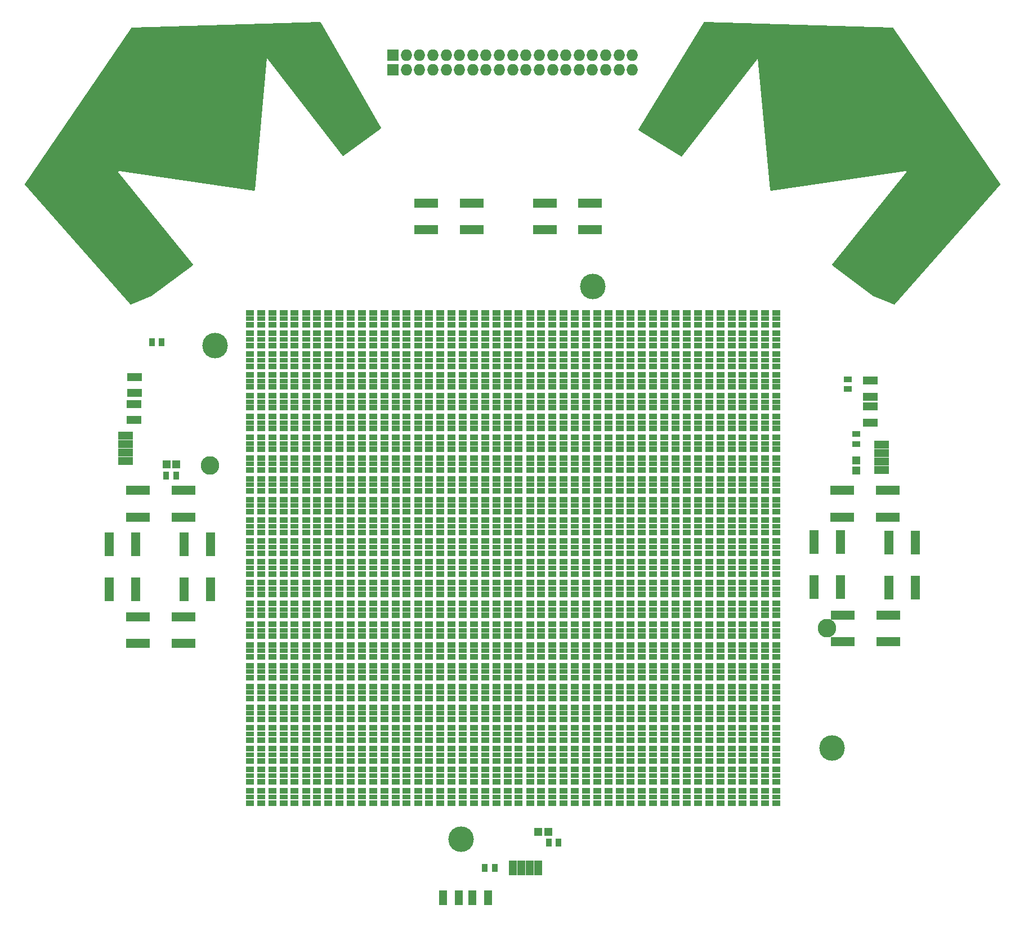
<source format=gts>
G04 #@! TF.FileFunction,Soldermask,Top*
%FSLAX46Y46*%
G04 Gerber Fmt 4.6, Leading zero omitted, Abs format (unit mm)*
G04 Created by KiCad (PCBNEW 4.0.6+dfsg1-1) date Wed Jun  6 23:31:45 2018*
%MOMM*%
%LPD*%
G01*
G04 APERTURE LIST*
%ADD10C,0.100000*%
%ADD11R,2.200000X1.200000*%
%ADD12R,1.750000X1.750000*%
%ADD13O,1.750000X1.750000*%
%ADD14C,7.900000*%
%ADD15R,3.600000X1.400000*%
%ADD16R,1.200000X0.900000*%
%ADD17R,1.200000X0.700000*%
%ADD18R,1.400000X3.600000*%
%ADD19C,3.850000*%
%ADD20C,2.790000*%
%ADD21R,0.900000X1.300000*%
%ADD22R,1.300000X0.900000*%
%ADD23R,1.200000X1.150000*%
%ADD24R,1.150000X1.200000*%
%ADD25R,1.200000X2.200000*%
%ADD26R,2.200000X1.230000*%
%ADD27R,1.230000X2.200000*%
%ADD28C,0.254000*%
G04 APERTURE END LIST*
D10*
D11*
X116980000Y-117830000D03*
X116980000Y-116560000D03*
X116980000Y-115290000D03*
X116980000Y-114020000D03*
D12*
X157175000Y-59000000D03*
D13*
X159175000Y-59000000D03*
X161175000Y-59000000D03*
X163175000Y-59000000D03*
X165175000Y-59000000D03*
X167175000Y-59000000D03*
X169175000Y-59000000D03*
X171175000Y-59000000D03*
X173175000Y-59000000D03*
X175175000Y-59000000D03*
X177175000Y-59000000D03*
X179175000Y-59000000D03*
X181175000Y-59000000D03*
X183175000Y-59000000D03*
X185175000Y-59000000D03*
X187175000Y-59000000D03*
X189175000Y-59000000D03*
X191175000Y-59000000D03*
X193175000Y-59000000D03*
D14*
X222000000Y-63000000D03*
D15*
X162200000Y-83000000D03*
X169000000Y-83000000D03*
X169000000Y-79000000D03*
X162200000Y-79000000D03*
D16*
X135650000Y-95500000D03*
D17*
X135650000Y-96400000D03*
D16*
X135650000Y-97300000D03*
X137350000Y-97300000D03*
D17*
X137350000Y-96400000D03*
D16*
X137350000Y-95500000D03*
X135650000Y-98623913D03*
D17*
X135650000Y-99523913D03*
D16*
X135650000Y-100423913D03*
X137350000Y-100423913D03*
D17*
X137350000Y-99523913D03*
D16*
X137350000Y-98623913D03*
X135650000Y-101747826D03*
D17*
X135650000Y-102647826D03*
D16*
X135650000Y-103547826D03*
X137350000Y-103547826D03*
D17*
X137350000Y-102647826D03*
D16*
X137350000Y-101747826D03*
X135650000Y-104871739D03*
D17*
X135650000Y-105771739D03*
D16*
X135650000Y-106671739D03*
X137350000Y-106671739D03*
D17*
X137350000Y-105771739D03*
D16*
X137350000Y-104871739D03*
X135650000Y-107995652D03*
D17*
X135650000Y-108895652D03*
D16*
X135650000Y-109795652D03*
X137350000Y-109795652D03*
D17*
X137350000Y-108895652D03*
D16*
X137350000Y-107995652D03*
X135650000Y-111119565D03*
D17*
X135650000Y-112019565D03*
D16*
X135650000Y-112919565D03*
X137350000Y-112919565D03*
D17*
X137350000Y-112019565D03*
D16*
X137350000Y-111119565D03*
X135650000Y-114243478D03*
D17*
X135650000Y-115143478D03*
D16*
X135650000Y-116043478D03*
X137350000Y-116043478D03*
D17*
X137350000Y-115143478D03*
D16*
X137350000Y-114243478D03*
X135650000Y-117367391D03*
D17*
X135650000Y-118267391D03*
D16*
X135650000Y-119167391D03*
X137350000Y-119167391D03*
D17*
X137350000Y-118267391D03*
D16*
X137350000Y-117367391D03*
X135650000Y-120491304D03*
D17*
X135650000Y-121391304D03*
D16*
X135650000Y-122291304D03*
X137350000Y-122291304D03*
D17*
X137350000Y-121391304D03*
D16*
X137350000Y-120491304D03*
X135650000Y-123615217D03*
D17*
X135650000Y-124515217D03*
D16*
X135650000Y-125415217D03*
X137350000Y-125415217D03*
D17*
X137350000Y-124515217D03*
D16*
X137350000Y-123615217D03*
X135650000Y-126739130D03*
D17*
X135650000Y-127639130D03*
D16*
X135650000Y-128539130D03*
X137350000Y-128539130D03*
D17*
X137350000Y-127639130D03*
D16*
X137350000Y-126739130D03*
X135650000Y-129863043D03*
D17*
X135650000Y-130763043D03*
D16*
X135650000Y-131663043D03*
X137350000Y-131663043D03*
D17*
X137350000Y-130763043D03*
D16*
X137350000Y-129863043D03*
X135650000Y-132986956D03*
D17*
X135650000Y-133886956D03*
D16*
X135650000Y-134786956D03*
X137350000Y-134786956D03*
D17*
X137350000Y-133886956D03*
D16*
X137350000Y-132986956D03*
X135650000Y-136110869D03*
D17*
X135650000Y-137010869D03*
D16*
X135650000Y-137910869D03*
X137350000Y-137910869D03*
D17*
X137350000Y-137010869D03*
D16*
X137350000Y-136110869D03*
X135650000Y-139234782D03*
D17*
X135650000Y-140134782D03*
D16*
X135650000Y-141034782D03*
X137350000Y-141034782D03*
D17*
X137350000Y-140134782D03*
D16*
X137350000Y-139234782D03*
X135650000Y-142358695D03*
D17*
X135650000Y-143258695D03*
D16*
X135650000Y-144158695D03*
X137350000Y-144158695D03*
D17*
X137350000Y-143258695D03*
D16*
X137350000Y-142358695D03*
X135650000Y-145482608D03*
D17*
X135650000Y-146382608D03*
D16*
X135650000Y-147282608D03*
X137350000Y-147282608D03*
D17*
X137350000Y-146382608D03*
D16*
X137350000Y-145482608D03*
X135650000Y-148606521D03*
D17*
X135650000Y-149506521D03*
D16*
X135650000Y-150406521D03*
X137350000Y-150406521D03*
D17*
X137350000Y-149506521D03*
D16*
X137350000Y-148606521D03*
X135650000Y-151730434D03*
D17*
X135650000Y-152630434D03*
D16*
X135650000Y-153530434D03*
X137350000Y-153530434D03*
D17*
X137350000Y-152630434D03*
D16*
X137350000Y-151730434D03*
X135650000Y-154854347D03*
D17*
X135650000Y-155754347D03*
D16*
X135650000Y-156654347D03*
X137350000Y-156654347D03*
D17*
X137350000Y-155754347D03*
D16*
X137350000Y-154854347D03*
X135650000Y-157978260D03*
D17*
X135650000Y-158878260D03*
D16*
X135650000Y-159778260D03*
X137350000Y-159778260D03*
D17*
X137350000Y-158878260D03*
D16*
X137350000Y-157978260D03*
X135650000Y-161102173D03*
D17*
X135650000Y-162002173D03*
D16*
X135650000Y-162902173D03*
X137350000Y-162902173D03*
D17*
X137350000Y-162002173D03*
D16*
X137350000Y-161102173D03*
X135650000Y-164226086D03*
D17*
X135650000Y-165126086D03*
D16*
X135650000Y-166026086D03*
X137350000Y-166026086D03*
D17*
X137350000Y-165126086D03*
D16*
X137350000Y-164226086D03*
X135650000Y-167449999D03*
D17*
X135650000Y-168349999D03*
D16*
X135650000Y-169249999D03*
X137350000Y-169249999D03*
D17*
X137350000Y-168349999D03*
D16*
X137350000Y-167449999D03*
X139019565Y-95500000D03*
D17*
X139019565Y-96400000D03*
D16*
X139019565Y-97300000D03*
X140719565Y-97300000D03*
D17*
X140719565Y-96400000D03*
D16*
X140719565Y-95500000D03*
X139019565Y-98623913D03*
D17*
X139019565Y-99523913D03*
D16*
X139019565Y-100423913D03*
X140719565Y-100423913D03*
D17*
X140719565Y-99523913D03*
D16*
X140719565Y-98623913D03*
X139019565Y-101747826D03*
D17*
X139019565Y-102647826D03*
D16*
X139019565Y-103547826D03*
X140719565Y-103547826D03*
D17*
X140719565Y-102647826D03*
D16*
X140719565Y-101747826D03*
X139019565Y-104871739D03*
D17*
X139019565Y-105771739D03*
D16*
X139019565Y-106671739D03*
X140719565Y-106671739D03*
D17*
X140719565Y-105771739D03*
D16*
X140719565Y-104871739D03*
X139019565Y-107995652D03*
D17*
X139019565Y-108895652D03*
D16*
X139019565Y-109795652D03*
X140719565Y-109795652D03*
D17*
X140719565Y-108895652D03*
D16*
X140719565Y-107995652D03*
X139019565Y-111119565D03*
D17*
X139019565Y-112019565D03*
D16*
X139019565Y-112919565D03*
X140719565Y-112919565D03*
D17*
X140719565Y-112019565D03*
D16*
X140719565Y-111119565D03*
X139019565Y-114243478D03*
D17*
X139019565Y-115143478D03*
D16*
X139019565Y-116043478D03*
X140719565Y-116043478D03*
D17*
X140719565Y-115143478D03*
D16*
X140719565Y-114243478D03*
X139019565Y-117367391D03*
D17*
X139019565Y-118267391D03*
D16*
X139019565Y-119167391D03*
X140719565Y-119167391D03*
D17*
X140719565Y-118267391D03*
D16*
X140719565Y-117367391D03*
X139019565Y-120491304D03*
D17*
X139019565Y-121391304D03*
D16*
X139019565Y-122291304D03*
X140719565Y-122291304D03*
D17*
X140719565Y-121391304D03*
D16*
X140719565Y-120491304D03*
X139019565Y-123615217D03*
D17*
X139019565Y-124515217D03*
D16*
X139019565Y-125415217D03*
X140719565Y-125415217D03*
D17*
X140719565Y-124515217D03*
D16*
X140719565Y-123615217D03*
X139019565Y-126739130D03*
D17*
X139019565Y-127639130D03*
D16*
X139019565Y-128539130D03*
X140719565Y-128539130D03*
D17*
X140719565Y-127639130D03*
D16*
X140719565Y-126739130D03*
X139019565Y-129863043D03*
D17*
X139019565Y-130763043D03*
D16*
X139019565Y-131663043D03*
X140719565Y-131663043D03*
D17*
X140719565Y-130763043D03*
D16*
X140719565Y-129863043D03*
X139019565Y-132986956D03*
D17*
X139019565Y-133886956D03*
D16*
X139019565Y-134786956D03*
X140719565Y-134786956D03*
D17*
X140719565Y-133886956D03*
D16*
X140719565Y-132986956D03*
X139019565Y-136110869D03*
D17*
X139019565Y-137010869D03*
D16*
X139019565Y-137910869D03*
X140719565Y-137910869D03*
D17*
X140719565Y-137010869D03*
D16*
X140719565Y-136110869D03*
X139019565Y-139234782D03*
D17*
X139019565Y-140134782D03*
D16*
X139019565Y-141034782D03*
X140719565Y-141034782D03*
D17*
X140719565Y-140134782D03*
D16*
X140719565Y-139234782D03*
X139019565Y-142358695D03*
D17*
X139019565Y-143258695D03*
D16*
X139019565Y-144158695D03*
X140719565Y-144158695D03*
D17*
X140719565Y-143258695D03*
D16*
X140719565Y-142358695D03*
X139019565Y-145482608D03*
D17*
X139019565Y-146382608D03*
D16*
X139019565Y-147282608D03*
X140719565Y-147282608D03*
D17*
X140719565Y-146382608D03*
D16*
X140719565Y-145482608D03*
X139019565Y-148606521D03*
D17*
X139019565Y-149506521D03*
D16*
X139019565Y-150406521D03*
X140719565Y-150406521D03*
D17*
X140719565Y-149506521D03*
D16*
X140719565Y-148606521D03*
X139019565Y-151730434D03*
D17*
X139019565Y-152630434D03*
D16*
X139019565Y-153530434D03*
X140719565Y-153530434D03*
D17*
X140719565Y-152630434D03*
D16*
X140719565Y-151730434D03*
X139019565Y-154854347D03*
D17*
X139019565Y-155754347D03*
D16*
X139019565Y-156654347D03*
X140719565Y-156654347D03*
D17*
X140719565Y-155754347D03*
D16*
X140719565Y-154854347D03*
X139019565Y-157978260D03*
D17*
X139019565Y-158878260D03*
D16*
X139019565Y-159778260D03*
X140719565Y-159778260D03*
D17*
X140719565Y-158878260D03*
D16*
X140719565Y-157978260D03*
X139019565Y-161102173D03*
D17*
X139019565Y-162002173D03*
D16*
X139019565Y-162902173D03*
X140719565Y-162902173D03*
D17*
X140719565Y-162002173D03*
D16*
X140719565Y-161102173D03*
X139019565Y-164226086D03*
D17*
X139019565Y-165126086D03*
D16*
X139019565Y-166026086D03*
X140719565Y-166026086D03*
D17*
X140719565Y-165126086D03*
D16*
X140719565Y-164226086D03*
X139019565Y-167449999D03*
D17*
X139019565Y-168349999D03*
D16*
X139019565Y-169249999D03*
X140719565Y-169249999D03*
D17*
X140719565Y-168349999D03*
D16*
X140719565Y-167449999D03*
X142389130Y-95500000D03*
D17*
X142389130Y-96400000D03*
D16*
X142389130Y-97300000D03*
X144089130Y-97300000D03*
D17*
X144089130Y-96400000D03*
D16*
X144089130Y-95500000D03*
X142389130Y-98623913D03*
D17*
X142389130Y-99523913D03*
D16*
X142389130Y-100423913D03*
X144089130Y-100423913D03*
D17*
X144089130Y-99523913D03*
D16*
X144089130Y-98623913D03*
X142389130Y-101747826D03*
D17*
X142389130Y-102647826D03*
D16*
X142389130Y-103547826D03*
X144089130Y-103547826D03*
D17*
X144089130Y-102647826D03*
D16*
X144089130Y-101747826D03*
X142389130Y-104871739D03*
D17*
X142389130Y-105771739D03*
D16*
X142389130Y-106671739D03*
X144089130Y-106671739D03*
D17*
X144089130Y-105771739D03*
D16*
X144089130Y-104871739D03*
X142389130Y-107995652D03*
D17*
X142389130Y-108895652D03*
D16*
X142389130Y-109795652D03*
X144089130Y-109795652D03*
D17*
X144089130Y-108895652D03*
D16*
X144089130Y-107995652D03*
X142389130Y-111119565D03*
D17*
X142389130Y-112019565D03*
D16*
X142389130Y-112919565D03*
X144089130Y-112919565D03*
D17*
X144089130Y-112019565D03*
D16*
X144089130Y-111119565D03*
X142389130Y-114243478D03*
D17*
X142389130Y-115143478D03*
D16*
X142389130Y-116043478D03*
X144089130Y-116043478D03*
D17*
X144089130Y-115143478D03*
D16*
X144089130Y-114243478D03*
X142389130Y-117367391D03*
D17*
X142389130Y-118267391D03*
D16*
X142389130Y-119167391D03*
X144089130Y-119167391D03*
D17*
X144089130Y-118267391D03*
D16*
X144089130Y-117367391D03*
X142389130Y-120491304D03*
D17*
X142389130Y-121391304D03*
D16*
X142389130Y-122291304D03*
X144089130Y-122291304D03*
D17*
X144089130Y-121391304D03*
D16*
X144089130Y-120491304D03*
X142389130Y-123615217D03*
D17*
X142389130Y-124515217D03*
D16*
X142389130Y-125415217D03*
X144089130Y-125415217D03*
D17*
X144089130Y-124515217D03*
D16*
X144089130Y-123615217D03*
X142389130Y-126739130D03*
D17*
X142389130Y-127639130D03*
D16*
X142389130Y-128539130D03*
X144089130Y-128539130D03*
D17*
X144089130Y-127639130D03*
D16*
X144089130Y-126739130D03*
X142389130Y-129863043D03*
D17*
X142389130Y-130763043D03*
D16*
X142389130Y-131663043D03*
X144089130Y-131663043D03*
D17*
X144089130Y-130763043D03*
D16*
X144089130Y-129863043D03*
X142389130Y-132986956D03*
D17*
X142389130Y-133886956D03*
D16*
X142389130Y-134786956D03*
X144089130Y-134786956D03*
D17*
X144089130Y-133886956D03*
D16*
X144089130Y-132986956D03*
X142389130Y-136110869D03*
D17*
X142389130Y-137010869D03*
D16*
X142389130Y-137910869D03*
X144089130Y-137910869D03*
D17*
X144089130Y-137010869D03*
D16*
X144089130Y-136110869D03*
X142389130Y-139234782D03*
D17*
X142389130Y-140134782D03*
D16*
X142389130Y-141034782D03*
X144089130Y-141034782D03*
D17*
X144089130Y-140134782D03*
D16*
X144089130Y-139234782D03*
X142389130Y-142358695D03*
D17*
X142389130Y-143258695D03*
D16*
X142389130Y-144158695D03*
X144089130Y-144158695D03*
D17*
X144089130Y-143258695D03*
D16*
X144089130Y-142358695D03*
X142389130Y-145482608D03*
D17*
X142389130Y-146382608D03*
D16*
X142389130Y-147282608D03*
X144089130Y-147282608D03*
D17*
X144089130Y-146382608D03*
D16*
X144089130Y-145482608D03*
X142389130Y-148606521D03*
D17*
X142389130Y-149506521D03*
D16*
X142389130Y-150406521D03*
X144089130Y-150406521D03*
D17*
X144089130Y-149506521D03*
D16*
X144089130Y-148606521D03*
X142389130Y-151730434D03*
D17*
X142389130Y-152630434D03*
D16*
X142389130Y-153530434D03*
X144089130Y-153530434D03*
D17*
X144089130Y-152630434D03*
D16*
X144089130Y-151730434D03*
X142389130Y-154854347D03*
D17*
X142389130Y-155754347D03*
D16*
X142389130Y-156654347D03*
X144089130Y-156654347D03*
D17*
X144089130Y-155754347D03*
D16*
X144089130Y-154854347D03*
X142389130Y-157978260D03*
D17*
X142389130Y-158878260D03*
D16*
X142389130Y-159778260D03*
X144089130Y-159778260D03*
D17*
X144089130Y-158878260D03*
D16*
X144089130Y-157978260D03*
X142389130Y-161102173D03*
D17*
X142389130Y-162002173D03*
D16*
X142389130Y-162902173D03*
X144089130Y-162902173D03*
D17*
X144089130Y-162002173D03*
D16*
X144089130Y-161102173D03*
X142389130Y-164226086D03*
D17*
X142389130Y-165126086D03*
D16*
X142389130Y-166026086D03*
X144089130Y-166026086D03*
D17*
X144089130Y-165126086D03*
D16*
X144089130Y-164226086D03*
X142389130Y-167449999D03*
D17*
X142389130Y-168349999D03*
D16*
X142389130Y-169249999D03*
X144089130Y-169249999D03*
D17*
X144089130Y-168349999D03*
D16*
X144089130Y-167449999D03*
X145758695Y-95500000D03*
D17*
X145758695Y-96400000D03*
D16*
X145758695Y-97300000D03*
X147458695Y-97300000D03*
D17*
X147458695Y-96400000D03*
D16*
X147458695Y-95500000D03*
X145758695Y-98623913D03*
D17*
X145758695Y-99523913D03*
D16*
X145758695Y-100423913D03*
X147458695Y-100423913D03*
D17*
X147458695Y-99523913D03*
D16*
X147458695Y-98623913D03*
X145758695Y-101747826D03*
D17*
X145758695Y-102647826D03*
D16*
X145758695Y-103547826D03*
X147458695Y-103547826D03*
D17*
X147458695Y-102647826D03*
D16*
X147458695Y-101747826D03*
X145758695Y-104871739D03*
D17*
X145758695Y-105771739D03*
D16*
X145758695Y-106671739D03*
X147458695Y-106671739D03*
D17*
X147458695Y-105771739D03*
D16*
X147458695Y-104871739D03*
X145758695Y-107995652D03*
D17*
X145758695Y-108895652D03*
D16*
X145758695Y-109795652D03*
X147458695Y-109795652D03*
D17*
X147458695Y-108895652D03*
D16*
X147458695Y-107995652D03*
X145758695Y-111119565D03*
D17*
X145758695Y-112019565D03*
D16*
X145758695Y-112919565D03*
X147458695Y-112919565D03*
D17*
X147458695Y-112019565D03*
D16*
X147458695Y-111119565D03*
X145758695Y-114243478D03*
D17*
X145758695Y-115143478D03*
D16*
X145758695Y-116043478D03*
X147458695Y-116043478D03*
D17*
X147458695Y-115143478D03*
D16*
X147458695Y-114243478D03*
X145758695Y-117367391D03*
D17*
X145758695Y-118267391D03*
D16*
X145758695Y-119167391D03*
X147458695Y-119167391D03*
D17*
X147458695Y-118267391D03*
D16*
X147458695Y-117367391D03*
X145758695Y-120491304D03*
D17*
X145758695Y-121391304D03*
D16*
X145758695Y-122291304D03*
X147458695Y-122291304D03*
D17*
X147458695Y-121391304D03*
D16*
X147458695Y-120491304D03*
X145758695Y-123615217D03*
D17*
X145758695Y-124515217D03*
D16*
X145758695Y-125415217D03*
X147458695Y-125415217D03*
D17*
X147458695Y-124515217D03*
D16*
X147458695Y-123615217D03*
X145758695Y-126739130D03*
D17*
X145758695Y-127639130D03*
D16*
X145758695Y-128539130D03*
X147458695Y-128539130D03*
D17*
X147458695Y-127639130D03*
D16*
X147458695Y-126739130D03*
X145758695Y-129863043D03*
D17*
X145758695Y-130763043D03*
D16*
X145758695Y-131663043D03*
X147458695Y-131663043D03*
D17*
X147458695Y-130763043D03*
D16*
X147458695Y-129863043D03*
X145758695Y-132986956D03*
D17*
X145758695Y-133886956D03*
D16*
X145758695Y-134786956D03*
X147458695Y-134786956D03*
D17*
X147458695Y-133886956D03*
D16*
X147458695Y-132986956D03*
X145758695Y-136110869D03*
D17*
X145758695Y-137010869D03*
D16*
X145758695Y-137910869D03*
X147458695Y-137910869D03*
D17*
X147458695Y-137010869D03*
D16*
X147458695Y-136110869D03*
X145758695Y-139234782D03*
D17*
X145758695Y-140134782D03*
D16*
X145758695Y-141034782D03*
X147458695Y-141034782D03*
D17*
X147458695Y-140134782D03*
D16*
X147458695Y-139234782D03*
X145758695Y-142358695D03*
D17*
X145758695Y-143258695D03*
D16*
X145758695Y-144158695D03*
X147458695Y-144158695D03*
D17*
X147458695Y-143258695D03*
D16*
X147458695Y-142358695D03*
X145758695Y-145482608D03*
D17*
X145758695Y-146382608D03*
D16*
X145758695Y-147282608D03*
X147458695Y-147282608D03*
D17*
X147458695Y-146382608D03*
D16*
X147458695Y-145482608D03*
X145758695Y-148606521D03*
D17*
X145758695Y-149506521D03*
D16*
X145758695Y-150406521D03*
X147458695Y-150406521D03*
D17*
X147458695Y-149506521D03*
D16*
X147458695Y-148606521D03*
X145758695Y-151730434D03*
D17*
X145758695Y-152630434D03*
D16*
X145758695Y-153530434D03*
X147458695Y-153530434D03*
D17*
X147458695Y-152630434D03*
D16*
X147458695Y-151730434D03*
X145758695Y-154854347D03*
D17*
X145758695Y-155754347D03*
D16*
X145758695Y-156654347D03*
X147458695Y-156654347D03*
D17*
X147458695Y-155754347D03*
D16*
X147458695Y-154854347D03*
X145758695Y-157978260D03*
D17*
X145758695Y-158878260D03*
D16*
X145758695Y-159778260D03*
X147458695Y-159778260D03*
D17*
X147458695Y-158878260D03*
D16*
X147458695Y-157978260D03*
X145758695Y-161102173D03*
D17*
X145758695Y-162002173D03*
D16*
X145758695Y-162902173D03*
X147458695Y-162902173D03*
D17*
X147458695Y-162002173D03*
D16*
X147458695Y-161102173D03*
X145758695Y-164226086D03*
D17*
X145758695Y-165126086D03*
D16*
X145758695Y-166026086D03*
X147458695Y-166026086D03*
D17*
X147458695Y-165126086D03*
D16*
X147458695Y-164226086D03*
X145758695Y-167449999D03*
D17*
X145758695Y-168349999D03*
D16*
X145758695Y-169249999D03*
X147458695Y-169249999D03*
D17*
X147458695Y-168349999D03*
D16*
X147458695Y-167449999D03*
X149128260Y-95500000D03*
D17*
X149128260Y-96400000D03*
D16*
X149128260Y-97300000D03*
X150828260Y-97300000D03*
D17*
X150828260Y-96400000D03*
D16*
X150828260Y-95500000D03*
X149128260Y-98623913D03*
D17*
X149128260Y-99523913D03*
D16*
X149128260Y-100423913D03*
X150828260Y-100423913D03*
D17*
X150828260Y-99523913D03*
D16*
X150828260Y-98623913D03*
X149128260Y-101747826D03*
D17*
X149128260Y-102647826D03*
D16*
X149128260Y-103547826D03*
X150828260Y-103547826D03*
D17*
X150828260Y-102647826D03*
D16*
X150828260Y-101747826D03*
X149128260Y-104871739D03*
D17*
X149128260Y-105771739D03*
D16*
X149128260Y-106671739D03*
X150828260Y-106671739D03*
D17*
X150828260Y-105771739D03*
D16*
X150828260Y-104871739D03*
X149128260Y-107995652D03*
D17*
X149128260Y-108895652D03*
D16*
X149128260Y-109795652D03*
X150828260Y-109795652D03*
D17*
X150828260Y-108895652D03*
D16*
X150828260Y-107995652D03*
X149128260Y-111119565D03*
D17*
X149128260Y-112019565D03*
D16*
X149128260Y-112919565D03*
X150828260Y-112919565D03*
D17*
X150828260Y-112019565D03*
D16*
X150828260Y-111119565D03*
X149128260Y-114243478D03*
D17*
X149128260Y-115143478D03*
D16*
X149128260Y-116043478D03*
X150828260Y-116043478D03*
D17*
X150828260Y-115143478D03*
D16*
X150828260Y-114243478D03*
X149128260Y-117367391D03*
D17*
X149128260Y-118267391D03*
D16*
X149128260Y-119167391D03*
X150828260Y-119167391D03*
D17*
X150828260Y-118267391D03*
D16*
X150828260Y-117367391D03*
X149128260Y-120491304D03*
D17*
X149128260Y-121391304D03*
D16*
X149128260Y-122291304D03*
X150828260Y-122291304D03*
D17*
X150828260Y-121391304D03*
D16*
X150828260Y-120491304D03*
X149128260Y-123615217D03*
D17*
X149128260Y-124515217D03*
D16*
X149128260Y-125415217D03*
X150828260Y-125415217D03*
D17*
X150828260Y-124515217D03*
D16*
X150828260Y-123615217D03*
X149128260Y-126739130D03*
D17*
X149128260Y-127639130D03*
D16*
X149128260Y-128539130D03*
X150828260Y-128539130D03*
D17*
X150828260Y-127639130D03*
D16*
X150828260Y-126739130D03*
X149128260Y-129863043D03*
D17*
X149128260Y-130763043D03*
D16*
X149128260Y-131663043D03*
X150828260Y-131663043D03*
D17*
X150828260Y-130763043D03*
D16*
X150828260Y-129863043D03*
X149128260Y-132986956D03*
D17*
X149128260Y-133886956D03*
D16*
X149128260Y-134786956D03*
X150828260Y-134786956D03*
D17*
X150828260Y-133886956D03*
D16*
X150828260Y-132986956D03*
X149128260Y-136110869D03*
D17*
X149128260Y-137010869D03*
D16*
X149128260Y-137910869D03*
X150828260Y-137910869D03*
D17*
X150828260Y-137010869D03*
D16*
X150828260Y-136110869D03*
X149128260Y-139234782D03*
D17*
X149128260Y-140134782D03*
D16*
X149128260Y-141034782D03*
X150828260Y-141034782D03*
D17*
X150828260Y-140134782D03*
D16*
X150828260Y-139234782D03*
X149128260Y-142358695D03*
D17*
X149128260Y-143258695D03*
D16*
X149128260Y-144158695D03*
X150828260Y-144158695D03*
D17*
X150828260Y-143258695D03*
D16*
X150828260Y-142358695D03*
X149128260Y-145482608D03*
D17*
X149128260Y-146382608D03*
D16*
X149128260Y-147282608D03*
X150828260Y-147282608D03*
D17*
X150828260Y-146382608D03*
D16*
X150828260Y-145482608D03*
X149128260Y-148606521D03*
D17*
X149128260Y-149506521D03*
D16*
X149128260Y-150406521D03*
X150828260Y-150406521D03*
D17*
X150828260Y-149506521D03*
D16*
X150828260Y-148606521D03*
X149128260Y-151730434D03*
D17*
X149128260Y-152630434D03*
D16*
X149128260Y-153530434D03*
X150828260Y-153530434D03*
D17*
X150828260Y-152630434D03*
D16*
X150828260Y-151730434D03*
X149128260Y-154854347D03*
D17*
X149128260Y-155754347D03*
D16*
X149128260Y-156654347D03*
X150828260Y-156654347D03*
D17*
X150828260Y-155754347D03*
D16*
X150828260Y-154854347D03*
X149128260Y-157978260D03*
D17*
X149128260Y-158878260D03*
D16*
X149128260Y-159778260D03*
X150828260Y-159778260D03*
D17*
X150828260Y-158878260D03*
D16*
X150828260Y-157978260D03*
X149128260Y-161102173D03*
D17*
X149128260Y-162002173D03*
D16*
X149128260Y-162902173D03*
X150828260Y-162902173D03*
D17*
X150828260Y-162002173D03*
D16*
X150828260Y-161102173D03*
X149128260Y-164226086D03*
D17*
X149128260Y-165126086D03*
D16*
X149128260Y-166026086D03*
X150828260Y-166026086D03*
D17*
X150828260Y-165126086D03*
D16*
X150828260Y-164226086D03*
X149128260Y-167449999D03*
D17*
X149128260Y-168349999D03*
D16*
X149128260Y-169249999D03*
X150828260Y-169249999D03*
D17*
X150828260Y-168349999D03*
D16*
X150828260Y-167449999D03*
X152497825Y-95500000D03*
D17*
X152497825Y-96400000D03*
D16*
X152497825Y-97300000D03*
X154197825Y-97300000D03*
D17*
X154197825Y-96400000D03*
D16*
X154197825Y-95500000D03*
X152497825Y-98623913D03*
D17*
X152497825Y-99523913D03*
D16*
X152497825Y-100423913D03*
X154197825Y-100423913D03*
D17*
X154197825Y-99523913D03*
D16*
X154197825Y-98623913D03*
X152497825Y-101747826D03*
D17*
X152497825Y-102647826D03*
D16*
X152497825Y-103547826D03*
X154197825Y-103547826D03*
D17*
X154197825Y-102647826D03*
D16*
X154197825Y-101747826D03*
X152497825Y-104871739D03*
D17*
X152497825Y-105771739D03*
D16*
X152497825Y-106671739D03*
X154197825Y-106671739D03*
D17*
X154197825Y-105771739D03*
D16*
X154197825Y-104871739D03*
X152497825Y-107995652D03*
D17*
X152497825Y-108895652D03*
D16*
X152497825Y-109795652D03*
X154197825Y-109795652D03*
D17*
X154197825Y-108895652D03*
D16*
X154197825Y-107995652D03*
X152497825Y-111119565D03*
D17*
X152497825Y-112019565D03*
D16*
X152497825Y-112919565D03*
X154197825Y-112919565D03*
D17*
X154197825Y-112019565D03*
D16*
X154197825Y-111119565D03*
X152497825Y-114243478D03*
D17*
X152497825Y-115143478D03*
D16*
X152497825Y-116043478D03*
X154197825Y-116043478D03*
D17*
X154197825Y-115143478D03*
D16*
X154197825Y-114243478D03*
X152497825Y-117367391D03*
D17*
X152497825Y-118267391D03*
D16*
X152497825Y-119167391D03*
X154197825Y-119167391D03*
D17*
X154197825Y-118267391D03*
D16*
X154197825Y-117367391D03*
X152497825Y-120491304D03*
D17*
X152497825Y-121391304D03*
D16*
X152497825Y-122291304D03*
X154197825Y-122291304D03*
D17*
X154197825Y-121391304D03*
D16*
X154197825Y-120491304D03*
X152497825Y-123615217D03*
D17*
X152497825Y-124515217D03*
D16*
X152497825Y-125415217D03*
X154197825Y-125415217D03*
D17*
X154197825Y-124515217D03*
D16*
X154197825Y-123615217D03*
X152497825Y-126739130D03*
D17*
X152497825Y-127639130D03*
D16*
X152497825Y-128539130D03*
X154197825Y-128539130D03*
D17*
X154197825Y-127639130D03*
D16*
X154197825Y-126739130D03*
X152497825Y-129863043D03*
D17*
X152497825Y-130763043D03*
D16*
X152497825Y-131663043D03*
X154197825Y-131663043D03*
D17*
X154197825Y-130763043D03*
D16*
X154197825Y-129863043D03*
X152497825Y-132986956D03*
D17*
X152497825Y-133886956D03*
D16*
X152497825Y-134786956D03*
X154197825Y-134786956D03*
D17*
X154197825Y-133886956D03*
D16*
X154197825Y-132986956D03*
X152497825Y-136110869D03*
D17*
X152497825Y-137010869D03*
D16*
X152497825Y-137910869D03*
X154197825Y-137910869D03*
D17*
X154197825Y-137010869D03*
D16*
X154197825Y-136110869D03*
X152497825Y-139234782D03*
D17*
X152497825Y-140134782D03*
D16*
X152497825Y-141034782D03*
X154197825Y-141034782D03*
D17*
X154197825Y-140134782D03*
D16*
X154197825Y-139234782D03*
X152497825Y-142358695D03*
D17*
X152497825Y-143258695D03*
D16*
X152497825Y-144158695D03*
X154197825Y-144158695D03*
D17*
X154197825Y-143258695D03*
D16*
X154197825Y-142358695D03*
X152497825Y-145482608D03*
D17*
X152497825Y-146382608D03*
D16*
X152497825Y-147282608D03*
X154197825Y-147282608D03*
D17*
X154197825Y-146382608D03*
D16*
X154197825Y-145482608D03*
X152497825Y-148606521D03*
D17*
X152497825Y-149506521D03*
D16*
X152497825Y-150406521D03*
X154197825Y-150406521D03*
D17*
X154197825Y-149506521D03*
D16*
X154197825Y-148606521D03*
X152497825Y-151730434D03*
D17*
X152497825Y-152630434D03*
D16*
X152497825Y-153530434D03*
X154197825Y-153530434D03*
D17*
X154197825Y-152630434D03*
D16*
X154197825Y-151730434D03*
X152497825Y-154854347D03*
D17*
X152497825Y-155754347D03*
D16*
X152497825Y-156654347D03*
X154197825Y-156654347D03*
D17*
X154197825Y-155754347D03*
D16*
X154197825Y-154854347D03*
X152497825Y-157978260D03*
D17*
X152497825Y-158878260D03*
D16*
X152497825Y-159778260D03*
X154197825Y-159778260D03*
D17*
X154197825Y-158878260D03*
D16*
X154197825Y-157978260D03*
X152497825Y-161102173D03*
D17*
X152497825Y-162002173D03*
D16*
X152497825Y-162902173D03*
X154197825Y-162902173D03*
D17*
X154197825Y-162002173D03*
D16*
X154197825Y-161102173D03*
X152497825Y-164226086D03*
D17*
X152497825Y-165126086D03*
D16*
X152497825Y-166026086D03*
X154197825Y-166026086D03*
D17*
X154197825Y-165126086D03*
D16*
X154197825Y-164226086D03*
X152497825Y-167449999D03*
D17*
X152497825Y-168349999D03*
D16*
X152497825Y-169249999D03*
X154197825Y-169249999D03*
D17*
X154197825Y-168349999D03*
D16*
X154197825Y-167449999D03*
X155867390Y-95500000D03*
D17*
X155867390Y-96400000D03*
D16*
X155867390Y-97300000D03*
X157567390Y-97300000D03*
D17*
X157567390Y-96400000D03*
D16*
X157567390Y-95500000D03*
X155867390Y-98623913D03*
D17*
X155867390Y-99523913D03*
D16*
X155867390Y-100423913D03*
X157567390Y-100423913D03*
D17*
X157567390Y-99523913D03*
D16*
X157567390Y-98623913D03*
X155867390Y-101747826D03*
D17*
X155867390Y-102647826D03*
D16*
X155867390Y-103547826D03*
X157567390Y-103547826D03*
D17*
X157567390Y-102647826D03*
D16*
X157567390Y-101747826D03*
X155867390Y-104871739D03*
D17*
X155867390Y-105771739D03*
D16*
X155867390Y-106671739D03*
X157567390Y-106671739D03*
D17*
X157567390Y-105771739D03*
D16*
X157567390Y-104871739D03*
X155867390Y-107995652D03*
D17*
X155867390Y-108895652D03*
D16*
X155867390Y-109795652D03*
X157567390Y-109795652D03*
D17*
X157567390Y-108895652D03*
D16*
X157567390Y-107995652D03*
X155867390Y-111119565D03*
D17*
X155867390Y-112019565D03*
D16*
X155867390Y-112919565D03*
X157567390Y-112919565D03*
D17*
X157567390Y-112019565D03*
D16*
X157567390Y-111119565D03*
X155867390Y-114243478D03*
D17*
X155867390Y-115143478D03*
D16*
X155867390Y-116043478D03*
X157567390Y-116043478D03*
D17*
X157567390Y-115143478D03*
D16*
X157567390Y-114243478D03*
X155867390Y-117367391D03*
D17*
X155867390Y-118267391D03*
D16*
X155867390Y-119167391D03*
X157567390Y-119167391D03*
D17*
X157567390Y-118267391D03*
D16*
X157567390Y-117367391D03*
X155867390Y-120491304D03*
D17*
X155867390Y-121391304D03*
D16*
X155867390Y-122291304D03*
X157567390Y-122291304D03*
D17*
X157567390Y-121391304D03*
D16*
X157567390Y-120491304D03*
X155867390Y-123615217D03*
D17*
X155867390Y-124515217D03*
D16*
X155867390Y-125415217D03*
X157567390Y-125415217D03*
D17*
X157567390Y-124515217D03*
D16*
X157567390Y-123615217D03*
X155867390Y-126739130D03*
D17*
X155867390Y-127639130D03*
D16*
X155867390Y-128539130D03*
X157567390Y-128539130D03*
D17*
X157567390Y-127639130D03*
D16*
X157567390Y-126739130D03*
X155867390Y-129863043D03*
D17*
X155867390Y-130763043D03*
D16*
X155867390Y-131663043D03*
X157567390Y-131663043D03*
D17*
X157567390Y-130763043D03*
D16*
X157567390Y-129863043D03*
X155867390Y-132986956D03*
D17*
X155867390Y-133886956D03*
D16*
X155867390Y-134786956D03*
X157567390Y-134786956D03*
D17*
X157567390Y-133886956D03*
D16*
X157567390Y-132986956D03*
X155867390Y-136110869D03*
D17*
X155867390Y-137010869D03*
D16*
X155867390Y-137910869D03*
X157567390Y-137910869D03*
D17*
X157567390Y-137010869D03*
D16*
X157567390Y-136110869D03*
X155867390Y-139234782D03*
D17*
X155867390Y-140134782D03*
D16*
X155867390Y-141034782D03*
X157567390Y-141034782D03*
D17*
X157567390Y-140134782D03*
D16*
X157567390Y-139234782D03*
X155867390Y-142358695D03*
D17*
X155867390Y-143258695D03*
D16*
X155867390Y-144158695D03*
X157567390Y-144158695D03*
D17*
X157567390Y-143258695D03*
D16*
X157567390Y-142358695D03*
X155867390Y-145482608D03*
D17*
X155867390Y-146382608D03*
D16*
X155867390Y-147282608D03*
X157567390Y-147282608D03*
D17*
X157567390Y-146382608D03*
D16*
X157567390Y-145482608D03*
X155867390Y-148606521D03*
D17*
X155867390Y-149506521D03*
D16*
X155867390Y-150406521D03*
X157567390Y-150406521D03*
D17*
X157567390Y-149506521D03*
D16*
X157567390Y-148606521D03*
X155867390Y-151730434D03*
D17*
X155867390Y-152630434D03*
D16*
X155867390Y-153530434D03*
X157567390Y-153530434D03*
D17*
X157567390Y-152630434D03*
D16*
X157567390Y-151730434D03*
X155867390Y-154854347D03*
D17*
X155867390Y-155754347D03*
D16*
X155867390Y-156654347D03*
X157567390Y-156654347D03*
D17*
X157567390Y-155754347D03*
D16*
X157567390Y-154854347D03*
X155867390Y-157978260D03*
D17*
X155867390Y-158878260D03*
D16*
X155867390Y-159778260D03*
X157567390Y-159778260D03*
D17*
X157567390Y-158878260D03*
D16*
X157567390Y-157978260D03*
X155867390Y-161102173D03*
D17*
X155867390Y-162002173D03*
D16*
X155867390Y-162902173D03*
X157567390Y-162902173D03*
D17*
X157567390Y-162002173D03*
D16*
X157567390Y-161102173D03*
X155867390Y-164226086D03*
D17*
X155867390Y-165126086D03*
D16*
X155867390Y-166026086D03*
X157567390Y-166026086D03*
D17*
X157567390Y-165126086D03*
D16*
X157567390Y-164226086D03*
X155867390Y-167449999D03*
D17*
X155867390Y-168349999D03*
D16*
X155867390Y-169249999D03*
X157567390Y-169249999D03*
D17*
X157567390Y-168349999D03*
D16*
X157567390Y-167449999D03*
X159236955Y-95500000D03*
D17*
X159236955Y-96400000D03*
D16*
X159236955Y-97300000D03*
X160936955Y-97300000D03*
D17*
X160936955Y-96400000D03*
D16*
X160936955Y-95500000D03*
X159236955Y-98623913D03*
D17*
X159236955Y-99523913D03*
D16*
X159236955Y-100423913D03*
X160936955Y-100423913D03*
D17*
X160936955Y-99523913D03*
D16*
X160936955Y-98623913D03*
X159236955Y-101747826D03*
D17*
X159236955Y-102647826D03*
D16*
X159236955Y-103547826D03*
X160936955Y-103547826D03*
D17*
X160936955Y-102647826D03*
D16*
X160936955Y-101747826D03*
X159236955Y-104871739D03*
D17*
X159236955Y-105771739D03*
D16*
X159236955Y-106671739D03*
X160936955Y-106671739D03*
D17*
X160936955Y-105771739D03*
D16*
X160936955Y-104871739D03*
X159236955Y-107995652D03*
D17*
X159236955Y-108895652D03*
D16*
X159236955Y-109795652D03*
X160936955Y-109795652D03*
D17*
X160936955Y-108895652D03*
D16*
X160936955Y-107995652D03*
X159236955Y-111119565D03*
D17*
X159236955Y-112019565D03*
D16*
X159236955Y-112919565D03*
X160936955Y-112919565D03*
D17*
X160936955Y-112019565D03*
D16*
X160936955Y-111119565D03*
X159236955Y-114243478D03*
D17*
X159236955Y-115143478D03*
D16*
X159236955Y-116043478D03*
X160936955Y-116043478D03*
D17*
X160936955Y-115143478D03*
D16*
X160936955Y-114243478D03*
X159236955Y-117367391D03*
D17*
X159236955Y-118267391D03*
D16*
X159236955Y-119167391D03*
X160936955Y-119167391D03*
D17*
X160936955Y-118267391D03*
D16*
X160936955Y-117367391D03*
X159236955Y-120491304D03*
D17*
X159236955Y-121391304D03*
D16*
X159236955Y-122291304D03*
X160936955Y-122291304D03*
D17*
X160936955Y-121391304D03*
D16*
X160936955Y-120491304D03*
X159236955Y-123615217D03*
D17*
X159236955Y-124515217D03*
D16*
X159236955Y-125415217D03*
X160936955Y-125415217D03*
D17*
X160936955Y-124515217D03*
D16*
X160936955Y-123615217D03*
X159236955Y-126739130D03*
D17*
X159236955Y-127639130D03*
D16*
X159236955Y-128539130D03*
X160936955Y-128539130D03*
D17*
X160936955Y-127639130D03*
D16*
X160936955Y-126739130D03*
X159236955Y-129863043D03*
D17*
X159236955Y-130763043D03*
D16*
X159236955Y-131663043D03*
X160936955Y-131663043D03*
D17*
X160936955Y-130763043D03*
D16*
X160936955Y-129863043D03*
X159236955Y-132986956D03*
D17*
X159236955Y-133886956D03*
D16*
X159236955Y-134786956D03*
X160936955Y-134786956D03*
D17*
X160936955Y-133886956D03*
D16*
X160936955Y-132986956D03*
X159236955Y-136110869D03*
D17*
X159236955Y-137010869D03*
D16*
X159236955Y-137910869D03*
X160936955Y-137910869D03*
D17*
X160936955Y-137010869D03*
D16*
X160936955Y-136110869D03*
X159236955Y-139234782D03*
D17*
X159236955Y-140134782D03*
D16*
X159236955Y-141034782D03*
X160936955Y-141034782D03*
D17*
X160936955Y-140134782D03*
D16*
X160936955Y-139234782D03*
X159236955Y-142358695D03*
D17*
X159236955Y-143258695D03*
D16*
X159236955Y-144158695D03*
X160936955Y-144158695D03*
D17*
X160936955Y-143258695D03*
D16*
X160936955Y-142358695D03*
X159236955Y-145482608D03*
D17*
X159236955Y-146382608D03*
D16*
X159236955Y-147282608D03*
X160936955Y-147282608D03*
D17*
X160936955Y-146382608D03*
D16*
X160936955Y-145482608D03*
X159236955Y-148606521D03*
D17*
X159236955Y-149506521D03*
D16*
X159236955Y-150406521D03*
X160936955Y-150406521D03*
D17*
X160936955Y-149506521D03*
D16*
X160936955Y-148606521D03*
X159236955Y-151730434D03*
D17*
X159236955Y-152630434D03*
D16*
X159236955Y-153530434D03*
X160936955Y-153530434D03*
D17*
X160936955Y-152630434D03*
D16*
X160936955Y-151730434D03*
X159236955Y-154854347D03*
D17*
X159236955Y-155754347D03*
D16*
X159236955Y-156654347D03*
X160936955Y-156654347D03*
D17*
X160936955Y-155754347D03*
D16*
X160936955Y-154854347D03*
X159236955Y-157978260D03*
D17*
X159236955Y-158878260D03*
D16*
X159236955Y-159778260D03*
X160936955Y-159778260D03*
D17*
X160936955Y-158878260D03*
D16*
X160936955Y-157978260D03*
X159236955Y-161102173D03*
D17*
X159236955Y-162002173D03*
D16*
X159236955Y-162902173D03*
X160936955Y-162902173D03*
D17*
X160936955Y-162002173D03*
D16*
X160936955Y-161102173D03*
X159236955Y-164226086D03*
D17*
X159236955Y-165126086D03*
D16*
X159236955Y-166026086D03*
X160936955Y-166026086D03*
D17*
X160936955Y-165126086D03*
D16*
X160936955Y-164226086D03*
X159236955Y-167449999D03*
D17*
X159236955Y-168349999D03*
D16*
X159236955Y-169249999D03*
X160936955Y-169249999D03*
D17*
X160936955Y-168349999D03*
D16*
X160936955Y-167449999D03*
X162606520Y-95500000D03*
D17*
X162606520Y-96400000D03*
D16*
X162606520Y-97300000D03*
X164306520Y-97300000D03*
D17*
X164306520Y-96400000D03*
D16*
X164306520Y-95500000D03*
X162606520Y-98623913D03*
D17*
X162606520Y-99523913D03*
D16*
X162606520Y-100423913D03*
X164306520Y-100423913D03*
D17*
X164306520Y-99523913D03*
D16*
X164306520Y-98623913D03*
X162606520Y-101747826D03*
D17*
X162606520Y-102647826D03*
D16*
X162606520Y-103547826D03*
X164306520Y-103547826D03*
D17*
X164306520Y-102647826D03*
D16*
X164306520Y-101747826D03*
X162606520Y-104871739D03*
D17*
X162606520Y-105771739D03*
D16*
X162606520Y-106671739D03*
X164306520Y-106671739D03*
D17*
X164306520Y-105771739D03*
D16*
X164306520Y-104871739D03*
X162606520Y-107995652D03*
D17*
X162606520Y-108895652D03*
D16*
X162606520Y-109795652D03*
X164306520Y-109795652D03*
D17*
X164306520Y-108895652D03*
D16*
X164306520Y-107995652D03*
X162606520Y-111119565D03*
D17*
X162606520Y-112019565D03*
D16*
X162606520Y-112919565D03*
X164306520Y-112919565D03*
D17*
X164306520Y-112019565D03*
D16*
X164306520Y-111119565D03*
X162606520Y-114243478D03*
D17*
X162606520Y-115143478D03*
D16*
X162606520Y-116043478D03*
X164306520Y-116043478D03*
D17*
X164306520Y-115143478D03*
D16*
X164306520Y-114243478D03*
X162606520Y-117367391D03*
D17*
X162606520Y-118267391D03*
D16*
X162606520Y-119167391D03*
X164306520Y-119167391D03*
D17*
X164306520Y-118267391D03*
D16*
X164306520Y-117367391D03*
X162606520Y-120491304D03*
D17*
X162606520Y-121391304D03*
D16*
X162606520Y-122291304D03*
X164306520Y-122291304D03*
D17*
X164306520Y-121391304D03*
D16*
X164306520Y-120491304D03*
X162606520Y-123615217D03*
D17*
X162606520Y-124515217D03*
D16*
X162606520Y-125415217D03*
X164306520Y-125415217D03*
D17*
X164306520Y-124515217D03*
D16*
X164306520Y-123615217D03*
X162606520Y-126739130D03*
D17*
X162606520Y-127639130D03*
D16*
X162606520Y-128539130D03*
X164306520Y-128539130D03*
D17*
X164306520Y-127639130D03*
D16*
X164306520Y-126739130D03*
X162606520Y-129863043D03*
D17*
X162606520Y-130763043D03*
D16*
X162606520Y-131663043D03*
X164306520Y-131663043D03*
D17*
X164306520Y-130763043D03*
D16*
X164306520Y-129863043D03*
X162606520Y-132986956D03*
D17*
X162606520Y-133886956D03*
D16*
X162606520Y-134786956D03*
X164306520Y-134786956D03*
D17*
X164306520Y-133886956D03*
D16*
X164306520Y-132986956D03*
X162606520Y-136110869D03*
D17*
X162606520Y-137010869D03*
D16*
X162606520Y-137910869D03*
X164306520Y-137910869D03*
D17*
X164306520Y-137010869D03*
D16*
X164306520Y-136110869D03*
X162606520Y-139234782D03*
D17*
X162606520Y-140134782D03*
D16*
X162606520Y-141034782D03*
X164306520Y-141034782D03*
D17*
X164306520Y-140134782D03*
D16*
X164306520Y-139234782D03*
X162606520Y-142358695D03*
D17*
X162606520Y-143258695D03*
D16*
X162606520Y-144158695D03*
X164306520Y-144158695D03*
D17*
X164306520Y-143258695D03*
D16*
X164306520Y-142358695D03*
X162606520Y-145482608D03*
D17*
X162606520Y-146382608D03*
D16*
X162606520Y-147282608D03*
X164306520Y-147282608D03*
D17*
X164306520Y-146382608D03*
D16*
X164306520Y-145482608D03*
X162606520Y-148606521D03*
D17*
X162606520Y-149506521D03*
D16*
X162606520Y-150406521D03*
X164306520Y-150406521D03*
D17*
X164306520Y-149506521D03*
D16*
X164306520Y-148606521D03*
X162606520Y-151730434D03*
D17*
X162606520Y-152630434D03*
D16*
X162606520Y-153530434D03*
X164306520Y-153530434D03*
D17*
X164306520Y-152630434D03*
D16*
X164306520Y-151730434D03*
X162606520Y-154854347D03*
D17*
X162606520Y-155754347D03*
D16*
X162606520Y-156654347D03*
X164306520Y-156654347D03*
D17*
X164306520Y-155754347D03*
D16*
X164306520Y-154854347D03*
X162606520Y-157978260D03*
D17*
X162606520Y-158878260D03*
D16*
X162606520Y-159778260D03*
X164306520Y-159778260D03*
D17*
X164306520Y-158878260D03*
D16*
X164306520Y-157978260D03*
X162606520Y-161102173D03*
D17*
X162606520Y-162002173D03*
D16*
X162606520Y-162902173D03*
X164306520Y-162902173D03*
D17*
X164306520Y-162002173D03*
D16*
X164306520Y-161102173D03*
X162606520Y-164226086D03*
D17*
X162606520Y-165126086D03*
D16*
X162606520Y-166026086D03*
X164306520Y-166026086D03*
D17*
X164306520Y-165126086D03*
D16*
X164306520Y-164226086D03*
X162606520Y-167449999D03*
D17*
X162606520Y-168349999D03*
D16*
X162606520Y-169249999D03*
X164306520Y-169249999D03*
D17*
X164306520Y-168349999D03*
D16*
X164306520Y-167449999D03*
X165976085Y-95500000D03*
D17*
X165976085Y-96400000D03*
D16*
X165976085Y-97300000D03*
X167676085Y-97300000D03*
D17*
X167676085Y-96400000D03*
D16*
X167676085Y-95500000D03*
X165976085Y-98623913D03*
D17*
X165976085Y-99523913D03*
D16*
X165976085Y-100423913D03*
X167676085Y-100423913D03*
D17*
X167676085Y-99523913D03*
D16*
X167676085Y-98623913D03*
X165976085Y-101747826D03*
D17*
X165976085Y-102647826D03*
D16*
X165976085Y-103547826D03*
X167676085Y-103547826D03*
D17*
X167676085Y-102647826D03*
D16*
X167676085Y-101747826D03*
X165976085Y-104871739D03*
D17*
X165976085Y-105771739D03*
D16*
X165976085Y-106671739D03*
X167676085Y-106671739D03*
D17*
X167676085Y-105771739D03*
D16*
X167676085Y-104871739D03*
X165976085Y-107995652D03*
D17*
X165976085Y-108895652D03*
D16*
X165976085Y-109795652D03*
X167676085Y-109795652D03*
D17*
X167676085Y-108895652D03*
D16*
X167676085Y-107995652D03*
X165976085Y-111119565D03*
D17*
X165976085Y-112019565D03*
D16*
X165976085Y-112919565D03*
X167676085Y-112919565D03*
D17*
X167676085Y-112019565D03*
D16*
X167676085Y-111119565D03*
X165976085Y-114243478D03*
D17*
X165976085Y-115143478D03*
D16*
X165976085Y-116043478D03*
X167676085Y-116043478D03*
D17*
X167676085Y-115143478D03*
D16*
X167676085Y-114243478D03*
X165976085Y-117367391D03*
D17*
X165976085Y-118267391D03*
D16*
X165976085Y-119167391D03*
X167676085Y-119167391D03*
D17*
X167676085Y-118267391D03*
D16*
X167676085Y-117367391D03*
X165976085Y-120491304D03*
D17*
X165976085Y-121391304D03*
D16*
X165976085Y-122291304D03*
X167676085Y-122291304D03*
D17*
X167676085Y-121391304D03*
D16*
X167676085Y-120491304D03*
X165976085Y-123615217D03*
D17*
X165976085Y-124515217D03*
D16*
X165976085Y-125415217D03*
X167676085Y-125415217D03*
D17*
X167676085Y-124515217D03*
D16*
X167676085Y-123615217D03*
X165976085Y-126739130D03*
D17*
X165976085Y-127639130D03*
D16*
X165976085Y-128539130D03*
X167676085Y-128539130D03*
D17*
X167676085Y-127639130D03*
D16*
X167676085Y-126739130D03*
X165976085Y-129863043D03*
D17*
X165976085Y-130763043D03*
D16*
X165976085Y-131663043D03*
X167676085Y-131663043D03*
D17*
X167676085Y-130763043D03*
D16*
X167676085Y-129863043D03*
X165976085Y-132986956D03*
D17*
X165976085Y-133886956D03*
D16*
X165976085Y-134786956D03*
X167676085Y-134786956D03*
D17*
X167676085Y-133886956D03*
D16*
X167676085Y-132986956D03*
X165976085Y-136110869D03*
D17*
X165976085Y-137010869D03*
D16*
X165976085Y-137910869D03*
X167676085Y-137910869D03*
D17*
X167676085Y-137010869D03*
D16*
X167676085Y-136110869D03*
X165976085Y-139234782D03*
D17*
X165976085Y-140134782D03*
D16*
X165976085Y-141034782D03*
X167676085Y-141034782D03*
D17*
X167676085Y-140134782D03*
D16*
X167676085Y-139234782D03*
X165976085Y-142358695D03*
D17*
X165976085Y-143258695D03*
D16*
X165976085Y-144158695D03*
X167676085Y-144158695D03*
D17*
X167676085Y-143258695D03*
D16*
X167676085Y-142358695D03*
X165976085Y-145482608D03*
D17*
X165976085Y-146382608D03*
D16*
X165976085Y-147282608D03*
X167676085Y-147282608D03*
D17*
X167676085Y-146382608D03*
D16*
X167676085Y-145482608D03*
X165976085Y-148606521D03*
D17*
X165976085Y-149506521D03*
D16*
X165976085Y-150406521D03*
X167676085Y-150406521D03*
D17*
X167676085Y-149506521D03*
D16*
X167676085Y-148606521D03*
X165976085Y-151730434D03*
D17*
X165976085Y-152630434D03*
D16*
X165976085Y-153530434D03*
X167676085Y-153530434D03*
D17*
X167676085Y-152630434D03*
D16*
X167676085Y-151730434D03*
X165976085Y-154854347D03*
D17*
X165976085Y-155754347D03*
D16*
X165976085Y-156654347D03*
X167676085Y-156654347D03*
D17*
X167676085Y-155754347D03*
D16*
X167676085Y-154854347D03*
X165976085Y-157978260D03*
D17*
X165976085Y-158878260D03*
D16*
X165976085Y-159778260D03*
X167676085Y-159778260D03*
D17*
X167676085Y-158878260D03*
D16*
X167676085Y-157978260D03*
X165976085Y-161102173D03*
D17*
X165976085Y-162002173D03*
D16*
X165976085Y-162902173D03*
X167676085Y-162902173D03*
D17*
X167676085Y-162002173D03*
D16*
X167676085Y-161102173D03*
X165976085Y-164226086D03*
D17*
X165976085Y-165126086D03*
D16*
X165976085Y-166026086D03*
X167676085Y-166026086D03*
D17*
X167676085Y-165126086D03*
D16*
X167676085Y-164226086D03*
X165976085Y-167449999D03*
D17*
X165976085Y-168349999D03*
D16*
X165976085Y-169249999D03*
X167676085Y-169249999D03*
D17*
X167676085Y-168349999D03*
D16*
X167676085Y-167449999D03*
X169345650Y-95500000D03*
D17*
X169345650Y-96400000D03*
D16*
X169345650Y-97300000D03*
X171045650Y-97300000D03*
D17*
X171045650Y-96400000D03*
D16*
X171045650Y-95500000D03*
X169345650Y-98623913D03*
D17*
X169345650Y-99523913D03*
D16*
X169345650Y-100423913D03*
X171045650Y-100423913D03*
D17*
X171045650Y-99523913D03*
D16*
X171045650Y-98623913D03*
X169345650Y-101747826D03*
D17*
X169345650Y-102647826D03*
D16*
X169345650Y-103547826D03*
X171045650Y-103547826D03*
D17*
X171045650Y-102647826D03*
D16*
X171045650Y-101747826D03*
X169345650Y-104871739D03*
D17*
X169345650Y-105771739D03*
D16*
X169345650Y-106671739D03*
X171045650Y-106671739D03*
D17*
X171045650Y-105771739D03*
D16*
X171045650Y-104871739D03*
X169345650Y-107995652D03*
D17*
X169345650Y-108895652D03*
D16*
X169345650Y-109795652D03*
X171045650Y-109795652D03*
D17*
X171045650Y-108895652D03*
D16*
X171045650Y-107995652D03*
X169345650Y-111119565D03*
D17*
X169345650Y-112019565D03*
D16*
X169345650Y-112919565D03*
X171045650Y-112919565D03*
D17*
X171045650Y-112019565D03*
D16*
X171045650Y-111119565D03*
X169345650Y-114243478D03*
D17*
X169345650Y-115143478D03*
D16*
X169345650Y-116043478D03*
X171045650Y-116043478D03*
D17*
X171045650Y-115143478D03*
D16*
X171045650Y-114243478D03*
X169345650Y-117367391D03*
D17*
X169345650Y-118267391D03*
D16*
X169345650Y-119167391D03*
X171045650Y-119167391D03*
D17*
X171045650Y-118267391D03*
D16*
X171045650Y-117367391D03*
X169345650Y-120491304D03*
D17*
X169345650Y-121391304D03*
D16*
X169345650Y-122291304D03*
X171045650Y-122291304D03*
D17*
X171045650Y-121391304D03*
D16*
X171045650Y-120491304D03*
X169345650Y-123615217D03*
D17*
X169345650Y-124515217D03*
D16*
X169345650Y-125415217D03*
X171045650Y-125415217D03*
D17*
X171045650Y-124515217D03*
D16*
X171045650Y-123615217D03*
X169345650Y-126739130D03*
D17*
X169345650Y-127639130D03*
D16*
X169345650Y-128539130D03*
X171045650Y-128539130D03*
D17*
X171045650Y-127639130D03*
D16*
X171045650Y-126739130D03*
X169345650Y-129863043D03*
D17*
X169345650Y-130763043D03*
D16*
X169345650Y-131663043D03*
X171045650Y-131663043D03*
D17*
X171045650Y-130763043D03*
D16*
X171045650Y-129863043D03*
X169345650Y-132986956D03*
D17*
X169345650Y-133886956D03*
D16*
X169345650Y-134786956D03*
X171045650Y-134786956D03*
D17*
X171045650Y-133886956D03*
D16*
X171045650Y-132986956D03*
X169345650Y-136110869D03*
D17*
X169345650Y-137010869D03*
D16*
X169345650Y-137910869D03*
X171045650Y-137910869D03*
D17*
X171045650Y-137010869D03*
D16*
X171045650Y-136110869D03*
X169345650Y-139234782D03*
D17*
X169345650Y-140134782D03*
D16*
X169345650Y-141034782D03*
X171045650Y-141034782D03*
D17*
X171045650Y-140134782D03*
D16*
X171045650Y-139234782D03*
X169345650Y-142358695D03*
D17*
X169345650Y-143258695D03*
D16*
X169345650Y-144158695D03*
X171045650Y-144158695D03*
D17*
X171045650Y-143258695D03*
D16*
X171045650Y-142358695D03*
X169345650Y-145482608D03*
D17*
X169345650Y-146382608D03*
D16*
X169345650Y-147282608D03*
X171045650Y-147282608D03*
D17*
X171045650Y-146382608D03*
D16*
X171045650Y-145482608D03*
X169345650Y-148606521D03*
D17*
X169345650Y-149506521D03*
D16*
X169345650Y-150406521D03*
X171045650Y-150406521D03*
D17*
X171045650Y-149506521D03*
D16*
X171045650Y-148606521D03*
X169345650Y-151730434D03*
D17*
X169345650Y-152630434D03*
D16*
X169345650Y-153530434D03*
X171045650Y-153530434D03*
D17*
X171045650Y-152630434D03*
D16*
X171045650Y-151730434D03*
X169345650Y-154854347D03*
D17*
X169345650Y-155754347D03*
D16*
X169345650Y-156654347D03*
X171045650Y-156654347D03*
D17*
X171045650Y-155754347D03*
D16*
X171045650Y-154854347D03*
X169345650Y-157978260D03*
D17*
X169345650Y-158878260D03*
D16*
X169345650Y-159778260D03*
X171045650Y-159778260D03*
D17*
X171045650Y-158878260D03*
D16*
X171045650Y-157978260D03*
X169345650Y-161102173D03*
D17*
X169345650Y-162002173D03*
D16*
X169345650Y-162902173D03*
X171045650Y-162902173D03*
D17*
X171045650Y-162002173D03*
D16*
X171045650Y-161102173D03*
X169345650Y-164226086D03*
D17*
X169345650Y-165126086D03*
D16*
X169345650Y-166026086D03*
X171045650Y-166026086D03*
D17*
X171045650Y-165126086D03*
D16*
X171045650Y-164226086D03*
X169345650Y-167449999D03*
D17*
X169345650Y-168349999D03*
D16*
X169345650Y-169249999D03*
X171045650Y-169249999D03*
D17*
X171045650Y-168349999D03*
D16*
X171045650Y-167449999D03*
X172715215Y-95500000D03*
D17*
X172715215Y-96400000D03*
D16*
X172715215Y-97300000D03*
X174415215Y-97300000D03*
D17*
X174415215Y-96400000D03*
D16*
X174415215Y-95500000D03*
X172715215Y-98623913D03*
D17*
X172715215Y-99523913D03*
D16*
X172715215Y-100423913D03*
X174415215Y-100423913D03*
D17*
X174415215Y-99523913D03*
D16*
X174415215Y-98623913D03*
X172715215Y-101747826D03*
D17*
X172715215Y-102647826D03*
D16*
X172715215Y-103547826D03*
X174415215Y-103547826D03*
D17*
X174415215Y-102647826D03*
D16*
X174415215Y-101747826D03*
X172715215Y-104871739D03*
D17*
X172715215Y-105771739D03*
D16*
X172715215Y-106671739D03*
X174415215Y-106671739D03*
D17*
X174415215Y-105771739D03*
D16*
X174415215Y-104871739D03*
X172715215Y-107995652D03*
D17*
X172715215Y-108895652D03*
D16*
X172715215Y-109795652D03*
X174415215Y-109795652D03*
D17*
X174415215Y-108895652D03*
D16*
X174415215Y-107995652D03*
X172715215Y-111119565D03*
D17*
X172715215Y-112019565D03*
D16*
X172715215Y-112919565D03*
X174415215Y-112919565D03*
D17*
X174415215Y-112019565D03*
D16*
X174415215Y-111119565D03*
X172715215Y-114243478D03*
D17*
X172715215Y-115143478D03*
D16*
X172715215Y-116043478D03*
X174415215Y-116043478D03*
D17*
X174415215Y-115143478D03*
D16*
X174415215Y-114243478D03*
X172715215Y-117367391D03*
D17*
X172715215Y-118267391D03*
D16*
X172715215Y-119167391D03*
X174415215Y-119167391D03*
D17*
X174415215Y-118267391D03*
D16*
X174415215Y-117367391D03*
X172715215Y-120491304D03*
D17*
X172715215Y-121391304D03*
D16*
X172715215Y-122291304D03*
X174415215Y-122291304D03*
D17*
X174415215Y-121391304D03*
D16*
X174415215Y-120491304D03*
X172715215Y-123615217D03*
D17*
X172715215Y-124515217D03*
D16*
X172715215Y-125415217D03*
X174415215Y-125415217D03*
D17*
X174415215Y-124515217D03*
D16*
X174415215Y-123615217D03*
X172715215Y-126739130D03*
D17*
X172715215Y-127639130D03*
D16*
X172715215Y-128539130D03*
X174415215Y-128539130D03*
D17*
X174415215Y-127639130D03*
D16*
X174415215Y-126739130D03*
X172715215Y-129863043D03*
D17*
X172715215Y-130763043D03*
D16*
X172715215Y-131663043D03*
X174415215Y-131663043D03*
D17*
X174415215Y-130763043D03*
D16*
X174415215Y-129863043D03*
X172715215Y-132986956D03*
D17*
X172715215Y-133886956D03*
D16*
X172715215Y-134786956D03*
X174415215Y-134786956D03*
D17*
X174415215Y-133886956D03*
D16*
X174415215Y-132986956D03*
X172715215Y-136110869D03*
D17*
X172715215Y-137010869D03*
D16*
X172715215Y-137910869D03*
X174415215Y-137910869D03*
D17*
X174415215Y-137010869D03*
D16*
X174415215Y-136110869D03*
X172715215Y-139234782D03*
D17*
X172715215Y-140134782D03*
D16*
X172715215Y-141034782D03*
X174415215Y-141034782D03*
D17*
X174415215Y-140134782D03*
D16*
X174415215Y-139234782D03*
X172715215Y-142358695D03*
D17*
X172715215Y-143258695D03*
D16*
X172715215Y-144158695D03*
X174415215Y-144158695D03*
D17*
X174415215Y-143258695D03*
D16*
X174415215Y-142358695D03*
X172715215Y-145482608D03*
D17*
X172715215Y-146382608D03*
D16*
X172715215Y-147282608D03*
X174415215Y-147282608D03*
D17*
X174415215Y-146382608D03*
D16*
X174415215Y-145482608D03*
X172715215Y-148606521D03*
D17*
X172715215Y-149506521D03*
D16*
X172715215Y-150406521D03*
X174415215Y-150406521D03*
D17*
X174415215Y-149506521D03*
D16*
X174415215Y-148606521D03*
X172715215Y-151730434D03*
D17*
X172715215Y-152630434D03*
D16*
X172715215Y-153530434D03*
X174415215Y-153530434D03*
D17*
X174415215Y-152630434D03*
D16*
X174415215Y-151730434D03*
X172715215Y-154854347D03*
D17*
X172715215Y-155754347D03*
D16*
X172715215Y-156654347D03*
X174415215Y-156654347D03*
D17*
X174415215Y-155754347D03*
D16*
X174415215Y-154854347D03*
X172715215Y-157978260D03*
D17*
X172715215Y-158878260D03*
D16*
X172715215Y-159778260D03*
X174415215Y-159778260D03*
D17*
X174415215Y-158878260D03*
D16*
X174415215Y-157978260D03*
X172715215Y-161102173D03*
D17*
X172715215Y-162002173D03*
D16*
X172715215Y-162902173D03*
X174415215Y-162902173D03*
D17*
X174415215Y-162002173D03*
D16*
X174415215Y-161102173D03*
X172715215Y-164226086D03*
D17*
X172715215Y-165126086D03*
D16*
X172715215Y-166026086D03*
X174415215Y-166026086D03*
D17*
X174415215Y-165126086D03*
D16*
X174415215Y-164226086D03*
X172715215Y-167449999D03*
D17*
X172715215Y-168349999D03*
D16*
X172715215Y-169249999D03*
X174415215Y-169249999D03*
D17*
X174415215Y-168349999D03*
D16*
X174415215Y-167449999D03*
X176084780Y-95500000D03*
D17*
X176084780Y-96400000D03*
D16*
X176084780Y-97300000D03*
X177784780Y-97300000D03*
D17*
X177784780Y-96400000D03*
D16*
X177784780Y-95500000D03*
X176084780Y-98623913D03*
D17*
X176084780Y-99523913D03*
D16*
X176084780Y-100423913D03*
X177784780Y-100423913D03*
D17*
X177784780Y-99523913D03*
D16*
X177784780Y-98623913D03*
X176084780Y-101747826D03*
D17*
X176084780Y-102647826D03*
D16*
X176084780Y-103547826D03*
X177784780Y-103547826D03*
D17*
X177784780Y-102647826D03*
D16*
X177784780Y-101747826D03*
X176084780Y-104871739D03*
D17*
X176084780Y-105771739D03*
D16*
X176084780Y-106671739D03*
X177784780Y-106671739D03*
D17*
X177784780Y-105771739D03*
D16*
X177784780Y-104871739D03*
X176084780Y-107995652D03*
D17*
X176084780Y-108895652D03*
D16*
X176084780Y-109795652D03*
X177784780Y-109795652D03*
D17*
X177784780Y-108895652D03*
D16*
X177784780Y-107995652D03*
X176084780Y-111119565D03*
D17*
X176084780Y-112019565D03*
D16*
X176084780Y-112919565D03*
X177784780Y-112919565D03*
D17*
X177784780Y-112019565D03*
D16*
X177784780Y-111119565D03*
X176084780Y-114243478D03*
D17*
X176084780Y-115143478D03*
D16*
X176084780Y-116043478D03*
X177784780Y-116043478D03*
D17*
X177784780Y-115143478D03*
D16*
X177784780Y-114243478D03*
X176084780Y-117367391D03*
D17*
X176084780Y-118267391D03*
D16*
X176084780Y-119167391D03*
X177784780Y-119167391D03*
D17*
X177784780Y-118267391D03*
D16*
X177784780Y-117367391D03*
X176084780Y-120491304D03*
D17*
X176084780Y-121391304D03*
D16*
X176084780Y-122291304D03*
X177784780Y-122291304D03*
D17*
X177784780Y-121391304D03*
D16*
X177784780Y-120491304D03*
X176084780Y-123615217D03*
D17*
X176084780Y-124515217D03*
D16*
X176084780Y-125415217D03*
X177784780Y-125415217D03*
D17*
X177784780Y-124515217D03*
D16*
X177784780Y-123615217D03*
X176084780Y-126739130D03*
D17*
X176084780Y-127639130D03*
D16*
X176084780Y-128539130D03*
X177784780Y-128539130D03*
D17*
X177784780Y-127639130D03*
D16*
X177784780Y-126739130D03*
X176084780Y-129863043D03*
D17*
X176084780Y-130763043D03*
D16*
X176084780Y-131663043D03*
X177784780Y-131663043D03*
D17*
X177784780Y-130763043D03*
D16*
X177784780Y-129863043D03*
X176084780Y-132986956D03*
D17*
X176084780Y-133886956D03*
D16*
X176084780Y-134786956D03*
X177784780Y-134786956D03*
D17*
X177784780Y-133886956D03*
D16*
X177784780Y-132986956D03*
X176084780Y-136110869D03*
D17*
X176084780Y-137010869D03*
D16*
X176084780Y-137910869D03*
X177784780Y-137910869D03*
D17*
X177784780Y-137010869D03*
D16*
X177784780Y-136110869D03*
X176084780Y-139234782D03*
D17*
X176084780Y-140134782D03*
D16*
X176084780Y-141034782D03*
X177784780Y-141034782D03*
D17*
X177784780Y-140134782D03*
D16*
X177784780Y-139234782D03*
X176084780Y-142358695D03*
D17*
X176084780Y-143258695D03*
D16*
X176084780Y-144158695D03*
X177784780Y-144158695D03*
D17*
X177784780Y-143258695D03*
D16*
X177784780Y-142358695D03*
X176084780Y-145482608D03*
D17*
X176084780Y-146382608D03*
D16*
X176084780Y-147282608D03*
X177784780Y-147282608D03*
D17*
X177784780Y-146382608D03*
D16*
X177784780Y-145482608D03*
X176084780Y-148606521D03*
D17*
X176084780Y-149506521D03*
D16*
X176084780Y-150406521D03*
X177784780Y-150406521D03*
D17*
X177784780Y-149506521D03*
D16*
X177784780Y-148606521D03*
X176084780Y-151730434D03*
D17*
X176084780Y-152630434D03*
D16*
X176084780Y-153530434D03*
X177784780Y-153530434D03*
D17*
X177784780Y-152630434D03*
D16*
X177784780Y-151730434D03*
X176084780Y-154854347D03*
D17*
X176084780Y-155754347D03*
D16*
X176084780Y-156654347D03*
X177784780Y-156654347D03*
D17*
X177784780Y-155754347D03*
D16*
X177784780Y-154854347D03*
X176084780Y-157978260D03*
D17*
X176084780Y-158878260D03*
D16*
X176084780Y-159778260D03*
X177784780Y-159778260D03*
D17*
X177784780Y-158878260D03*
D16*
X177784780Y-157978260D03*
X176084780Y-161102173D03*
D17*
X176084780Y-162002173D03*
D16*
X176084780Y-162902173D03*
X177784780Y-162902173D03*
D17*
X177784780Y-162002173D03*
D16*
X177784780Y-161102173D03*
X176084780Y-164226086D03*
D17*
X176084780Y-165126086D03*
D16*
X176084780Y-166026086D03*
X177784780Y-166026086D03*
D17*
X177784780Y-165126086D03*
D16*
X177784780Y-164226086D03*
X176084780Y-167449999D03*
D17*
X176084780Y-168349999D03*
D16*
X176084780Y-169249999D03*
X177784780Y-169249999D03*
D17*
X177784780Y-168349999D03*
D16*
X177784780Y-167449999D03*
X179454345Y-95500000D03*
D17*
X179454345Y-96400000D03*
D16*
X179454345Y-97300000D03*
X181154345Y-97300000D03*
D17*
X181154345Y-96400000D03*
D16*
X181154345Y-95500000D03*
X179454345Y-98623913D03*
D17*
X179454345Y-99523913D03*
D16*
X179454345Y-100423913D03*
X181154345Y-100423913D03*
D17*
X181154345Y-99523913D03*
D16*
X181154345Y-98623913D03*
X179454345Y-101747826D03*
D17*
X179454345Y-102647826D03*
D16*
X179454345Y-103547826D03*
X181154345Y-103547826D03*
D17*
X181154345Y-102647826D03*
D16*
X181154345Y-101747826D03*
X179454345Y-104871739D03*
D17*
X179454345Y-105771739D03*
D16*
X179454345Y-106671739D03*
X181154345Y-106671739D03*
D17*
X181154345Y-105771739D03*
D16*
X181154345Y-104871739D03*
X179454345Y-107995652D03*
D17*
X179454345Y-108895652D03*
D16*
X179454345Y-109795652D03*
X181154345Y-109795652D03*
D17*
X181154345Y-108895652D03*
D16*
X181154345Y-107995652D03*
X179454345Y-111119565D03*
D17*
X179454345Y-112019565D03*
D16*
X179454345Y-112919565D03*
X181154345Y-112919565D03*
D17*
X181154345Y-112019565D03*
D16*
X181154345Y-111119565D03*
X179454345Y-114243478D03*
D17*
X179454345Y-115143478D03*
D16*
X179454345Y-116043478D03*
X181154345Y-116043478D03*
D17*
X181154345Y-115143478D03*
D16*
X181154345Y-114243478D03*
X179454345Y-117367391D03*
D17*
X179454345Y-118267391D03*
D16*
X179454345Y-119167391D03*
X181154345Y-119167391D03*
D17*
X181154345Y-118267391D03*
D16*
X181154345Y-117367391D03*
X179454345Y-120491304D03*
D17*
X179454345Y-121391304D03*
D16*
X179454345Y-122291304D03*
X181154345Y-122291304D03*
D17*
X181154345Y-121391304D03*
D16*
X181154345Y-120491304D03*
X179454345Y-123615217D03*
D17*
X179454345Y-124515217D03*
D16*
X179454345Y-125415217D03*
X181154345Y-125415217D03*
D17*
X181154345Y-124515217D03*
D16*
X181154345Y-123615217D03*
X179454345Y-126739130D03*
D17*
X179454345Y-127639130D03*
D16*
X179454345Y-128539130D03*
X181154345Y-128539130D03*
D17*
X181154345Y-127639130D03*
D16*
X181154345Y-126739130D03*
X179454345Y-129863043D03*
D17*
X179454345Y-130763043D03*
D16*
X179454345Y-131663043D03*
X181154345Y-131663043D03*
D17*
X181154345Y-130763043D03*
D16*
X181154345Y-129863043D03*
X179454345Y-132986956D03*
D17*
X179454345Y-133886956D03*
D16*
X179454345Y-134786956D03*
X181154345Y-134786956D03*
D17*
X181154345Y-133886956D03*
D16*
X181154345Y-132986956D03*
X179454345Y-136110869D03*
D17*
X179454345Y-137010869D03*
D16*
X179454345Y-137910869D03*
X181154345Y-137910869D03*
D17*
X181154345Y-137010869D03*
D16*
X181154345Y-136110869D03*
X179454345Y-139234782D03*
D17*
X179454345Y-140134782D03*
D16*
X179454345Y-141034782D03*
X181154345Y-141034782D03*
D17*
X181154345Y-140134782D03*
D16*
X181154345Y-139234782D03*
X179454345Y-142358695D03*
D17*
X179454345Y-143258695D03*
D16*
X179454345Y-144158695D03*
X181154345Y-144158695D03*
D17*
X181154345Y-143258695D03*
D16*
X181154345Y-142358695D03*
X179454345Y-145482608D03*
D17*
X179454345Y-146382608D03*
D16*
X179454345Y-147282608D03*
X181154345Y-147282608D03*
D17*
X181154345Y-146382608D03*
D16*
X181154345Y-145482608D03*
X179454345Y-148606521D03*
D17*
X179454345Y-149506521D03*
D16*
X179454345Y-150406521D03*
X181154345Y-150406521D03*
D17*
X181154345Y-149506521D03*
D16*
X181154345Y-148606521D03*
X179454345Y-151730434D03*
D17*
X179454345Y-152630434D03*
D16*
X179454345Y-153530434D03*
X181154345Y-153530434D03*
D17*
X181154345Y-152630434D03*
D16*
X181154345Y-151730434D03*
X179454345Y-154854347D03*
D17*
X179454345Y-155754347D03*
D16*
X179454345Y-156654347D03*
X181154345Y-156654347D03*
D17*
X181154345Y-155754347D03*
D16*
X181154345Y-154854347D03*
X179454345Y-157978260D03*
D17*
X179454345Y-158878260D03*
D16*
X179454345Y-159778260D03*
X181154345Y-159778260D03*
D17*
X181154345Y-158878260D03*
D16*
X181154345Y-157978260D03*
X179454345Y-161102173D03*
D17*
X179454345Y-162002173D03*
D16*
X179454345Y-162902173D03*
X181154345Y-162902173D03*
D17*
X181154345Y-162002173D03*
D16*
X181154345Y-161102173D03*
X179454345Y-164226086D03*
D17*
X179454345Y-165126086D03*
D16*
X179454345Y-166026086D03*
X181154345Y-166026086D03*
D17*
X181154345Y-165126086D03*
D16*
X181154345Y-164226086D03*
X179454345Y-167449999D03*
D17*
X179454345Y-168349999D03*
D16*
X179454345Y-169249999D03*
X181154345Y-169249999D03*
D17*
X181154345Y-168349999D03*
D16*
X181154345Y-167449999D03*
X182823910Y-95500000D03*
D17*
X182823910Y-96400000D03*
D16*
X182823910Y-97300000D03*
X184523910Y-97300000D03*
D17*
X184523910Y-96400000D03*
D16*
X184523910Y-95500000D03*
X182823910Y-98623913D03*
D17*
X182823910Y-99523913D03*
D16*
X182823910Y-100423913D03*
X184523910Y-100423913D03*
D17*
X184523910Y-99523913D03*
D16*
X184523910Y-98623913D03*
X182823910Y-101747826D03*
D17*
X182823910Y-102647826D03*
D16*
X182823910Y-103547826D03*
X184523910Y-103547826D03*
D17*
X184523910Y-102647826D03*
D16*
X184523910Y-101747826D03*
X182823910Y-104871739D03*
D17*
X182823910Y-105771739D03*
D16*
X182823910Y-106671739D03*
X184523910Y-106671739D03*
D17*
X184523910Y-105771739D03*
D16*
X184523910Y-104871739D03*
X182823910Y-107995652D03*
D17*
X182823910Y-108895652D03*
D16*
X182823910Y-109795652D03*
X184523910Y-109795652D03*
D17*
X184523910Y-108895652D03*
D16*
X184523910Y-107995652D03*
X182823910Y-111119565D03*
D17*
X182823910Y-112019565D03*
D16*
X182823910Y-112919565D03*
X184523910Y-112919565D03*
D17*
X184523910Y-112019565D03*
D16*
X184523910Y-111119565D03*
X182823910Y-114243478D03*
D17*
X182823910Y-115143478D03*
D16*
X182823910Y-116043478D03*
X184523910Y-116043478D03*
D17*
X184523910Y-115143478D03*
D16*
X184523910Y-114243478D03*
X182823910Y-117367391D03*
D17*
X182823910Y-118267391D03*
D16*
X182823910Y-119167391D03*
X184523910Y-119167391D03*
D17*
X184523910Y-118267391D03*
D16*
X184523910Y-117367391D03*
X182823910Y-120491304D03*
D17*
X182823910Y-121391304D03*
D16*
X182823910Y-122291304D03*
X184523910Y-122291304D03*
D17*
X184523910Y-121391304D03*
D16*
X184523910Y-120491304D03*
X182823910Y-123615217D03*
D17*
X182823910Y-124515217D03*
D16*
X182823910Y-125415217D03*
X184523910Y-125415217D03*
D17*
X184523910Y-124515217D03*
D16*
X184523910Y-123615217D03*
X182823910Y-126739130D03*
D17*
X182823910Y-127639130D03*
D16*
X182823910Y-128539130D03*
X184523910Y-128539130D03*
D17*
X184523910Y-127639130D03*
D16*
X184523910Y-126739130D03*
X182823910Y-129863043D03*
D17*
X182823910Y-130763043D03*
D16*
X182823910Y-131663043D03*
X184523910Y-131663043D03*
D17*
X184523910Y-130763043D03*
D16*
X184523910Y-129863043D03*
X182823910Y-132986956D03*
D17*
X182823910Y-133886956D03*
D16*
X182823910Y-134786956D03*
X184523910Y-134786956D03*
D17*
X184523910Y-133886956D03*
D16*
X184523910Y-132986956D03*
X182823910Y-136110869D03*
D17*
X182823910Y-137010869D03*
D16*
X182823910Y-137910869D03*
X184523910Y-137910869D03*
D17*
X184523910Y-137010869D03*
D16*
X184523910Y-136110869D03*
X182823910Y-139234782D03*
D17*
X182823910Y-140134782D03*
D16*
X182823910Y-141034782D03*
X184523910Y-141034782D03*
D17*
X184523910Y-140134782D03*
D16*
X184523910Y-139234782D03*
X182823910Y-142358695D03*
D17*
X182823910Y-143258695D03*
D16*
X182823910Y-144158695D03*
X184523910Y-144158695D03*
D17*
X184523910Y-143258695D03*
D16*
X184523910Y-142358695D03*
X182823910Y-145482608D03*
D17*
X182823910Y-146382608D03*
D16*
X182823910Y-147282608D03*
X184523910Y-147282608D03*
D17*
X184523910Y-146382608D03*
D16*
X184523910Y-145482608D03*
X182823910Y-148606521D03*
D17*
X182823910Y-149506521D03*
D16*
X182823910Y-150406521D03*
X184523910Y-150406521D03*
D17*
X184523910Y-149506521D03*
D16*
X184523910Y-148606521D03*
X182823910Y-151730434D03*
D17*
X182823910Y-152630434D03*
D16*
X182823910Y-153530434D03*
X184523910Y-153530434D03*
D17*
X184523910Y-152630434D03*
D16*
X184523910Y-151730434D03*
X182823910Y-154854347D03*
D17*
X182823910Y-155754347D03*
D16*
X182823910Y-156654347D03*
X184523910Y-156654347D03*
D17*
X184523910Y-155754347D03*
D16*
X184523910Y-154854347D03*
X182823910Y-157978260D03*
D17*
X182823910Y-158878260D03*
D16*
X182823910Y-159778260D03*
X184523910Y-159778260D03*
D17*
X184523910Y-158878260D03*
D16*
X184523910Y-157978260D03*
X182823910Y-161102173D03*
D17*
X182823910Y-162002173D03*
D16*
X182823910Y-162902173D03*
X184523910Y-162902173D03*
D17*
X184523910Y-162002173D03*
D16*
X184523910Y-161102173D03*
X182823910Y-164226086D03*
D17*
X182823910Y-165126086D03*
D16*
X182823910Y-166026086D03*
X184523910Y-166026086D03*
D17*
X184523910Y-165126086D03*
D16*
X184523910Y-164226086D03*
X182823910Y-167449999D03*
D17*
X182823910Y-168349999D03*
D16*
X182823910Y-169249999D03*
X184523910Y-169249999D03*
D17*
X184523910Y-168349999D03*
D16*
X184523910Y-167449999D03*
X186193475Y-95500000D03*
D17*
X186193475Y-96400000D03*
D16*
X186193475Y-97300000D03*
X187893475Y-97300000D03*
D17*
X187893475Y-96400000D03*
D16*
X187893475Y-95500000D03*
X186193475Y-98623913D03*
D17*
X186193475Y-99523913D03*
D16*
X186193475Y-100423913D03*
X187893475Y-100423913D03*
D17*
X187893475Y-99523913D03*
D16*
X187893475Y-98623913D03*
X186193475Y-101747826D03*
D17*
X186193475Y-102647826D03*
D16*
X186193475Y-103547826D03*
X187893475Y-103547826D03*
D17*
X187893475Y-102647826D03*
D16*
X187893475Y-101747826D03*
X186193475Y-104871739D03*
D17*
X186193475Y-105771739D03*
D16*
X186193475Y-106671739D03*
X187893475Y-106671739D03*
D17*
X187893475Y-105771739D03*
D16*
X187893475Y-104871739D03*
X186193475Y-107995652D03*
D17*
X186193475Y-108895652D03*
D16*
X186193475Y-109795652D03*
X187893475Y-109795652D03*
D17*
X187893475Y-108895652D03*
D16*
X187893475Y-107995652D03*
X186193475Y-111119565D03*
D17*
X186193475Y-112019565D03*
D16*
X186193475Y-112919565D03*
X187893475Y-112919565D03*
D17*
X187893475Y-112019565D03*
D16*
X187893475Y-111119565D03*
X186193475Y-114243478D03*
D17*
X186193475Y-115143478D03*
D16*
X186193475Y-116043478D03*
X187893475Y-116043478D03*
D17*
X187893475Y-115143478D03*
D16*
X187893475Y-114243478D03*
X186193475Y-117367391D03*
D17*
X186193475Y-118267391D03*
D16*
X186193475Y-119167391D03*
X187893475Y-119167391D03*
D17*
X187893475Y-118267391D03*
D16*
X187893475Y-117367391D03*
X186193475Y-120491304D03*
D17*
X186193475Y-121391304D03*
D16*
X186193475Y-122291304D03*
X187893475Y-122291304D03*
D17*
X187893475Y-121391304D03*
D16*
X187893475Y-120491304D03*
X186193475Y-123615217D03*
D17*
X186193475Y-124515217D03*
D16*
X186193475Y-125415217D03*
X187893475Y-125415217D03*
D17*
X187893475Y-124515217D03*
D16*
X187893475Y-123615217D03*
X186193475Y-126739130D03*
D17*
X186193475Y-127639130D03*
D16*
X186193475Y-128539130D03*
X187893475Y-128539130D03*
D17*
X187893475Y-127639130D03*
D16*
X187893475Y-126739130D03*
X186193475Y-129863043D03*
D17*
X186193475Y-130763043D03*
D16*
X186193475Y-131663043D03*
X187893475Y-131663043D03*
D17*
X187893475Y-130763043D03*
D16*
X187893475Y-129863043D03*
X186193475Y-132986956D03*
D17*
X186193475Y-133886956D03*
D16*
X186193475Y-134786956D03*
X187893475Y-134786956D03*
D17*
X187893475Y-133886956D03*
D16*
X187893475Y-132986956D03*
X186193475Y-136110869D03*
D17*
X186193475Y-137010869D03*
D16*
X186193475Y-137910869D03*
X187893475Y-137910869D03*
D17*
X187893475Y-137010869D03*
D16*
X187893475Y-136110869D03*
X186193475Y-139234782D03*
D17*
X186193475Y-140134782D03*
D16*
X186193475Y-141034782D03*
X187893475Y-141034782D03*
D17*
X187893475Y-140134782D03*
D16*
X187893475Y-139234782D03*
X186193475Y-142358695D03*
D17*
X186193475Y-143258695D03*
D16*
X186193475Y-144158695D03*
X187893475Y-144158695D03*
D17*
X187893475Y-143258695D03*
D16*
X187893475Y-142358695D03*
X186193475Y-145482608D03*
D17*
X186193475Y-146382608D03*
D16*
X186193475Y-147282608D03*
X187893475Y-147282608D03*
D17*
X187893475Y-146382608D03*
D16*
X187893475Y-145482608D03*
X186193475Y-148606521D03*
D17*
X186193475Y-149506521D03*
D16*
X186193475Y-150406521D03*
X187893475Y-150406521D03*
D17*
X187893475Y-149506521D03*
D16*
X187893475Y-148606521D03*
X186193475Y-151730434D03*
D17*
X186193475Y-152630434D03*
D16*
X186193475Y-153530434D03*
X187893475Y-153530434D03*
D17*
X187893475Y-152630434D03*
D16*
X187893475Y-151730434D03*
X186193475Y-154854347D03*
D17*
X186193475Y-155754347D03*
D16*
X186193475Y-156654347D03*
X187893475Y-156654347D03*
D17*
X187893475Y-155754347D03*
D16*
X187893475Y-154854347D03*
X186193475Y-157978260D03*
D17*
X186193475Y-158878260D03*
D16*
X186193475Y-159778260D03*
X187893475Y-159778260D03*
D17*
X187893475Y-158878260D03*
D16*
X187893475Y-157978260D03*
X186193475Y-161102173D03*
D17*
X186193475Y-162002173D03*
D16*
X186193475Y-162902173D03*
X187893475Y-162902173D03*
D17*
X187893475Y-162002173D03*
D16*
X187893475Y-161102173D03*
X186193475Y-164226086D03*
D17*
X186193475Y-165126086D03*
D16*
X186193475Y-166026086D03*
X187893475Y-166026086D03*
D17*
X187893475Y-165126086D03*
D16*
X187893475Y-164226086D03*
X186193475Y-167449999D03*
D17*
X186193475Y-168349999D03*
D16*
X186193475Y-169249999D03*
X187893475Y-169249999D03*
D17*
X187893475Y-168349999D03*
D16*
X187893475Y-167449999D03*
X189563040Y-95500000D03*
D17*
X189563040Y-96400000D03*
D16*
X189563040Y-97300000D03*
X191263040Y-97300000D03*
D17*
X191263040Y-96400000D03*
D16*
X191263040Y-95500000D03*
X189563040Y-98623913D03*
D17*
X189563040Y-99523913D03*
D16*
X189563040Y-100423913D03*
X191263040Y-100423913D03*
D17*
X191263040Y-99523913D03*
D16*
X191263040Y-98623913D03*
X189563040Y-101747826D03*
D17*
X189563040Y-102647826D03*
D16*
X189563040Y-103547826D03*
X191263040Y-103547826D03*
D17*
X191263040Y-102647826D03*
D16*
X191263040Y-101747826D03*
X189563040Y-104871739D03*
D17*
X189563040Y-105771739D03*
D16*
X189563040Y-106671739D03*
X191263040Y-106671739D03*
D17*
X191263040Y-105771739D03*
D16*
X191263040Y-104871739D03*
X189563040Y-107995652D03*
D17*
X189563040Y-108895652D03*
D16*
X189563040Y-109795652D03*
X191263040Y-109795652D03*
D17*
X191263040Y-108895652D03*
D16*
X191263040Y-107995652D03*
X189563040Y-111119565D03*
D17*
X189563040Y-112019565D03*
D16*
X189563040Y-112919565D03*
X191263040Y-112919565D03*
D17*
X191263040Y-112019565D03*
D16*
X191263040Y-111119565D03*
X189563040Y-114243478D03*
D17*
X189563040Y-115143478D03*
D16*
X189563040Y-116043478D03*
X191263040Y-116043478D03*
D17*
X191263040Y-115143478D03*
D16*
X191263040Y-114243478D03*
X189563040Y-117367391D03*
D17*
X189563040Y-118267391D03*
D16*
X189563040Y-119167391D03*
X191263040Y-119167391D03*
D17*
X191263040Y-118267391D03*
D16*
X191263040Y-117367391D03*
X189563040Y-120491304D03*
D17*
X189563040Y-121391304D03*
D16*
X189563040Y-122291304D03*
X191263040Y-122291304D03*
D17*
X191263040Y-121391304D03*
D16*
X191263040Y-120491304D03*
X189563040Y-123615217D03*
D17*
X189563040Y-124515217D03*
D16*
X189563040Y-125415217D03*
X191263040Y-125415217D03*
D17*
X191263040Y-124515217D03*
D16*
X191263040Y-123615217D03*
X189563040Y-126739130D03*
D17*
X189563040Y-127639130D03*
D16*
X189563040Y-128539130D03*
X191263040Y-128539130D03*
D17*
X191263040Y-127639130D03*
D16*
X191263040Y-126739130D03*
X189563040Y-129863043D03*
D17*
X189563040Y-130763043D03*
D16*
X189563040Y-131663043D03*
X191263040Y-131663043D03*
D17*
X191263040Y-130763043D03*
D16*
X191263040Y-129863043D03*
X189563040Y-132986956D03*
D17*
X189563040Y-133886956D03*
D16*
X189563040Y-134786956D03*
X191263040Y-134786956D03*
D17*
X191263040Y-133886956D03*
D16*
X191263040Y-132986956D03*
X189563040Y-136110869D03*
D17*
X189563040Y-137010869D03*
D16*
X189563040Y-137910869D03*
X191263040Y-137910869D03*
D17*
X191263040Y-137010869D03*
D16*
X191263040Y-136110869D03*
X189563040Y-139234782D03*
D17*
X189563040Y-140134782D03*
D16*
X189563040Y-141034782D03*
X191263040Y-141034782D03*
D17*
X191263040Y-140134782D03*
D16*
X191263040Y-139234782D03*
X189563040Y-142358695D03*
D17*
X189563040Y-143258695D03*
D16*
X189563040Y-144158695D03*
X191263040Y-144158695D03*
D17*
X191263040Y-143258695D03*
D16*
X191263040Y-142358695D03*
X189563040Y-145482608D03*
D17*
X189563040Y-146382608D03*
D16*
X189563040Y-147282608D03*
X191263040Y-147282608D03*
D17*
X191263040Y-146382608D03*
D16*
X191263040Y-145482608D03*
X189563040Y-148606521D03*
D17*
X189563040Y-149506521D03*
D16*
X189563040Y-150406521D03*
X191263040Y-150406521D03*
D17*
X191263040Y-149506521D03*
D16*
X191263040Y-148606521D03*
X189563040Y-151730434D03*
D17*
X189563040Y-152630434D03*
D16*
X189563040Y-153530434D03*
X191263040Y-153530434D03*
D17*
X191263040Y-152630434D03*
D16*
X191263040Y-151730434D03*
X189563040Y-154854347D03*
D17*
X189563040Y-155754347D03*
D16*
X189563040Y-156654347D03*
X191263040Y-156654347D03*
D17*
X191263040Y-155754347D03*
D16*
X191263040Y-154854347D03*
X189563040Y-157978260D03*
D17*
X189563040Y-158878260D03*
D16*
X189563040Y-159778260D03*
X191263040Y-159778260D03*
D17*
X191263040Y-158878260D03*
D16*
X191263040Y-157978260D03*
X189563040Y-161102173D03*
D17*
X189563040Y-162002173D03*
D16*
X189563040Y-162902173D03*
X191263040Y-162902173D03*
D17*
X191263040Y-162002173D03*
D16*
X191263040Y-161102173D03*
X189563040Y-164226086D03*
D17*
X189563040Y-165126086D03*
D16*
X189563040Y-166026086D03*
X191263040Y-166026086D03*
D17*
X191263040Y-165126086D03*
D16*
X191263040Y-164226086D03*
X189563040Y-167449999D03*
D17*
X189563040Y-168349999D03*
D16*
X189563040Y-169249999D03*
X191263040Y-169249999D03*
D17*
X191263040Y-168349999D03*
D16*
X191263040Y-167449999D03*
X192932605Y-95500000D03*
D17*
X192932605Y-96400000D03*
D16*
X192932605Y-97300000D03*
X194632605Y-97300000D03*
D17*
X194632605Y-96400000D03*
D16*
X194632605Y-95500000D03*
X192932605Y-98623913D03*
D17*
X192932605Y-99523913D03*
D16*
X192932605Y-100423913D03*
X194632605Y-100423913D03*
D17*
X194632605Y-99523913D03*
D16*
X194632605Y-98623913D03*
X192932605Y-101747826D03*
D17*
X192932605Y-102647826D03*
D16*
X192932605Y-103547826D03*
X194632605Y-103547826D03*
D17*
X194632605Y-102647826D03*
D16*
X194632605Y-101747826D03*
X192932605Y-104871739D03*
D17*
X192932605Y-105771739D03*
D16*
X192932605Y-106671739D03*
X194632605Y-106671739D03*
D17*
X194632605Y-105771739D03*
D16*
X194632605Y-104871739D03*
X192932605Y-107995652D03*
D17*
X192932605Y-108895652D03*
D16*
X192932605Y-109795652D03*
X194632605Y-109795652D03*
D17*
X194632605Y-108895652D03*
D16*
X194632605Y-107995652D03*
X192932605Y-111119565D03*
D17*
X192932605Y-112019565D03*
D16*
X192932605Y-112919565D03*
X194632605Y-112919565D03*
D17*
X194632605Y-112019565D03*
D16*
X194632605Y-111119565D03*
X192932605Y-114243478D03*
D17*
X192932605Y-115143478D03*
D16*
X192932605Y-116043478D03*
X194632605Y-116043478D03*
D17*
X194632605Y-115143478D03*
D16*
X194632605Y-114243478D03*
X192932605Y-117367391D03*
D17*
X192932605Y-118267391D03*
D16*
X192932605Y-119167391D03*
X194632605Y-119167391D03*
D17*
X194632605Y-118267391D03*
D16*
X194632605Y-117367391D03*
X192932605Y-120491304D03*
D17*
X192932605Y-121391304D03*
D16*
X192932605Y-122291304D03*
X194632605Y-122291304D03*
D17*
X194632605Y-121391304D03*
D16*
X194632605Y-120491304D03*
X192932605Y-123615217D03*
D17*
X192932605Y-124515217D03*
D16*
X192932605Y-125415217D03*
X194632605Y-125415217D03*
D17*
X194632605Y-124515217D03*
D16*
X194632605Y-123615217D03*
X192932605Y-126739130D03*
D17*
X192932605Y-127639130D03*
D16*
X192932605Y-128539130D03*
X194632605Y-128539130D03*
D17*
X194632605Y-127639130D03*
D16*
X194632605Y-126739130D03*
X192932605Y-129863043D03*
D17*
X192932605Y-130763043D03*
D16*
X192932605Y-131663043D03*
X194632605Y-131663043D03*
D17*
X194632605Y-130763043D03*
D16*
X194632605Y-129863043D03*
X192932605Y-132986956D03*
D17*
X192932605Y-133886956D03*
D16*
X192932605Y-134786956D03*
X194632605Y-134786956D03*
D17*
X194632605Y-133886956D03*
D16*
X194632605Y-132986956D03*
X192932605Y-136110869D03*
D17*
X192932605Y-137010869D03*
D16*
X192932605Y-137910869D03*
X194632605Y-137910869D03*
D17*
X194632605Y-137010869D03*
D16*
X194632605Y-136110869D03*
X192932605Y-139234782D03*
D17*
X192932605Y-140134782D03*
D16*
X192932605Y-141034782D03*
X194632605Y-141034782D03*
D17*
X194632605Y-140134782D03*
D16*
X194632605Y-139234782D03*
X192932605Y-142358695D03*
D17*
X192932605Y-143258695D03*
D16*
X192932605Y-144158695D03*
X194632605Y-144158695D03*
D17*
X194632605Y-143258695D03*
D16*
X194632605Y-142358695D03*
X192932605Y-145482608D03*
D17*
X192932605Y-146382608D03*
D16*
X192932605Y-147282608D03*
X194632605Y-147282608D03*
D17*
X194632605Y-146382608D03*
D16*
X194632605Y-145482608D03*
X192932605Y-148606521D03*
D17*
X192932605Y-149506521D03*
D16*
X192932605Y-150406521D03*
X194632605Y-150406521D03*
D17*
X194632605Y-149506521D03*
D16*
X194632605Y-148606521D03*
X192932605Y-151730434D03*
D17*
X192932605Y-152630434D03*
D16*
X192932605Y-153530434D03*
X194632605Y-153530434D03*
D17*
X194632605Y-152630434D03*
D16*
X194632605Y-151730434D03*
X192932605Y-154854347D03*
D17*
X192932605Y-155754347D03*
D16*
X192932605Y-156654347D03*
X194632605Y-156654347D03*
D17*
X194632605Y-155754347D03*
D16*
X194632605Y-154854347D03*
X192932605Y-157978260D03*
D17*
X192932605Y-158878260D03*
D16*
X192932605Y-159778260D03*
X194632605Y-159778260D03*
D17*
X194632605Y-158878260D03*
D16*
X194632605Y-157978260D03*
X192932605Y-161102173D03*
D17*
X192932605Y-162002173D03*
D16*
X192932605Y-162902173D03*
X194632605Y-162902173D03*
D17*
X194632605Y-162002173D03*
D16*
X194632605Y-161102173D03*
X192932605Y-164226086D03*
D17*
X192932605Y-165126086D03*
D16*
X192932605Y-166026086D03*
X194632605Y-166026086D03*
D17*
X194632605Y-165126086D03*
D16*
X194632605Y-164226086D03*
X192932605Y-167449999D03*
D17*
X192932605Y-168349999D03*
D16*
X192932605Y-169249999D03*
X194632605Y-169249999D03*
D17*
X194632605Y-168349999D03*
D16*
X194632605Y-167449999D03*
X196302170Y-95500000D03*
D17*
X196302170Y-96400000D03*
D16*
X196302170Y-97300000D03*
X198002170Y-97300000D03*
D17*
X198002170Y-96400000D03*
D16*
X198002170Y-95500000D03*
X196302170Y-98623913D03*
D17*
X196302170Y-99523913D03*
D16*
X196302170Y-100423913D03*
X198002170Y-100423913D03*
D17*
X198002170Y-99523913D03*
D16*
X198002170Y-98623913D03*
X196302170Y-101747826D03*
D17*
X196302170Y-102647826D03*
D16*
X196302170Y-103547826D03*
X198002170Y-103547826D03*
D17*
X198002170Y-102647826D03*
D16*
X198002170Y-101747826D03*
X196302170Y-104871739D03*
D17*
X196302170Y-105771739D03*
D16*
X196302170Y-106671739D03*
X198002170Y-106671739D03*
D17*
X198002170Y-105771739D03*
D16*
X198002170Y-104871739D03*
X196302170Y-107995652D03*
D17*
X196302170Y-108895652D03*
D16*
X196302170Y-109795652D03*
X198002170Y-109795652D03*
D17*
X198002170Y-108895652D03*
D16*
X198002170Y-107995652D03*
X196302170Y-111119565D03*
D17*
X196302170Y-112019565D03*
D16*
X196302170Y-112919565D03*
X198002170Y-112919565D03*
D17*
X198002170Y-112019565D03*
D16*
X198002170Y-111119565D03*
X196302170Y-114243478D03*
D17*
X196302170Y-115143478D03*
D16*
X196302170Y-116043478D03*
X198002170Y-116043478D03*
D17*
X198002170Y-115143478D03*
D16*
X198002170Y-114243478D03*
X196302170Y-117367391D03*
D17*
X196302170Y-118267391D03*
D16*
X196302170Y-119167391D03*
X198002170Y-119167391D03*
D17*
X198002170Y-118267391D03*
D16*
X198002170Y-117367391D03*
X196302170Y-120491304D03*
D17*
X196302170Y-121391304D03*
D16*
X196302170Y-122291304D03*
X198002170Y-122291304D03*
D17*
X198002170Y-121391304D03*
D16*
X198002170Y-120491304D03*
X196302170Y-123615217D03*
D17*
X196302170Y-124515217D03*
D16*
X196302170Y-125415217D03*
X198002170Y-125415217D03*
D17*
X198002170Y-124515217D03*
D16*
X198002170Y-123615217D03*
X196302170Y-126739130D03*
D17*
X196302170Y-127639130D03*
D16*
X196302170Y-128539130D03*
X198002170Y-128539130D03*
D17*
X198002170Y-127639130D03*
D16*
X198002170Y-126739130D03*
X196302170Y-129863043D03*
D17*
X196302170Y-130763043D03*
D16*
X196302170Y-131663043D03*
X198002170Y-131663043D03*
D17*
X198002170Y-130763043D03*
D16*
X198002170Y-129863043D03*
X196302170Y-132986956D03*
D17*
X196302170Y-133886956D03*
D16*
X196302170Y-134786956D03*
X198002170Y-134786956D03*
D17*
X198002170Y-133886956D03*
D16*
X198002170Y-132986956D03*
X196302170Y-136110869D03*
D17*
X196302170Y-137010869D03*
D16*
X196302170Y-137910869D03*
X198002170Y-137910869D03*
D17*
X198002170Y-137010869D03*
D16*
X198002170Y-136110869D03*
X196302170Y-139234782D03*
D17*
X196302170Y-140134782D03*
D16*
X196302170Y-141034782D03*
X198002170Y-141034782D03*
D17*
X198002170Y-140134782D03*
D16*
X198002170Y-139234782D03*
X196302170Y-142358695D03*
D17*
X196302170Y-143258695D03*
D16*
X196302170Y-144158695D03*
X198002170Y-144158695D03*
D17*
X198002170Y-143258695D03*
D16*
X198002170Y-142358695D03*
X196302170Y-145482608D03*
D17*
X196302170Y-146382608D03*
D16*
X196302170Y-147282608D03*
X198002170Y-147282608D03*
D17*
X198002170Y-146382608D03*
D16*
X198002170Y-145482608D03*
X196302170Y-148606521D03*
D17*
X196302170Y-149506521D03*
D16*
X196302170Y-150406521D03*
X198002170Y-150406521D03*
D17*
X198002170Y-149506521D03*
D16*
X198002170Y-148606521D03*
X196302170Y-151730434D03*
D17*
X196302170Y-152630434D03*
D16*
X196302170Y-153530434D03*
X198002170Y-153530434D03*
D17*
X198002170Y-152630434D03*
D16*
X198002170Y-151730434D03*
X196302170Y-154854347D03*
D17*
X196302170Y-155754347D03*
D16*
X196302170Y-156654347D03*
X198002170Y-156654347D03*
D17*
X198002170Y-155754347D03*
D16*
X198002170Y-154854347D03*
X196302170Y-157978260D03*
D17*
X196302170Y-158878260D03*
D16*
X196302170Y-159778260D03*
X198002170Y-159778260D03*
D17*
X198002170Y-158878260D03*
D16*
X198002170Y-157978260D03*
X196302170Y-161102173D03*
D17*
X196302170Y-162002173D03*
D16*
X196302170Y-162902173D03*
X198002170Y-162902173D03*
D17*
X198002170Y-162002173D03*
D16*
X198002170Y-161102173D03*
X196302170Y-164226086D03*
D17*
X196302170Y-165126086D03*
D16*
X196302170Y-166026086D03*
X198002170Y-166026086D03*
D17*
X198002170Y-165126086D03*
D16*
X198002170Y-164226086D03*
X196302170Y-167449999D03*
D17*
X196302170Y-168349999D03*
D16*
X196302170Y-169249999D03*
X198002170Y-169249999D03*
D17*
X198002170Y-168349999D03*
D16*
X198002170Y-167449999D03*
X199671735Y-95500000D03*
D17*
X199671735Y-96400000D03*
D16*
X199671735Y-97300000D03*
X201371735Y-97300000D03*
D17*
X201371735Y-96400000D03*
D16*
X201371735Y-95500000D03*
X199671735Y-98623913D03*
D17*
X199671735Y-99523913D03*
D16*
X199671735Y-100423913D03*
X201371735Y-100423913D03*
D17*
X201371735Y-99523913D03*
D16*
X201371735Y-98623913D03*
X199671735Y-101747826D03*
D17*
X199671735Y-102647826D03*
D16*
X199671735Y-103547826D03*
X201371735Y-103547826D03*
D17*
X201371735Y-102647826D03*
D16*
X201371735Y-101747826D03*
X199671735Y-104871739D03*
D17*
X199671735Y-105771739D03*
D16*
X199671735Y-106671739D03*
X201371735Y-106671739D03*
D17*
X201371735Y-105771739D03*
D16*
X201371735Y-104871739D03*
X199671735Y-107995652D03*
D17*
X199671735Y-108895652D03*
D16*
X199671735Y-109795652D03*
X201371735Y-109795652D03*
D17*
X201371735Y-108895652D03*
D16*
X201371735Y-107995652D03*
X199671735Y-111119565D03*
D17*
X199671735Y-112019565D03*
D16*
X199671735Y-112919565D03*
X201371735Y-112919565D03*
D17*
X201371735Y-112019565D03*
D16*
X201371735Y-111119565D03*
X199671735Y-114243478D03*
D17*
X199671735Y-115143478D03*
D16*
X199671735Y-116043478D03*
X201371735Y-116043478D03*
D17*
X201371735Y-115143478D03*
D16*
X201371735Y-114243478D03*
X199671735Y-117367391D03*
D17*
X199671735Y-118267391D03*
D16*
X199671735Y-119167391D03*
X201371735Y-119167391D03*
D17*
X201371735Y-118267391D03*
D16*
X201371735Y-117367391D03*
X199671735Y-120491304D03*
D17*
X199671735Y-121391304D03*
D16*
X199671735Y-122291304D03*
X201371735Y-122291304D03*
D17*
X201371735Y-121391304D03*
D16*
X201371735Y-120491304D03*
X199671735Y-123615217D03*
D17*
X199671735Y-124515217D03*
D16*
X199671735Y-125415217D03*
X201371735Y-125415217D03*
D17*
X201371735Y-124515217D03*
D16*
X201371735Y-123615217D03*
X199671735Y-126739130D03*
D17*
X199671735Y-127639130D03*
D16*
X199671735Y-128539130D03*
X201371735Y-128539130D03*
D17*
X201371735Y-127639130D03*
D16*
X201371735Y-126739130D03*
X199671735Y-129863043D03*
D17*
X199671735Y-130763043D03*
D16*
X199671735Y-131663043D03*
X201371735Y-131663043D03*
D17*
X201371735Y-130763043D03*
D16*
X201371735Y-129863043D03*
X199671735Y-132986956D03*
D17*
X199671735Y-133886956D03*
D16*
X199671735Y-134786956D03*
X201371735Y-134786956D03*
D17*
X201371735Y-133886956D03*
D16*
X201371735Y-132986956D03*
X199671735Y-136110869D03*
D17*
X199671735Y-137010869D03*
D16*
X199671735Y-137910869D03*
X201371735Y-137910869D03*
D17*
X201371735Y-137010869D03*
D16*
X201371735Y-136110869D03*
X199671735Y-139234782D03*
D17*
X199671735Y-140134782D03*
D16*
X199671735Y-141034782D03*
X201371735Y-141034782D03*
D17*
X201371735Y-140134782D03*
D16*
X201371735Y-139234782D03*
X199671735Y-142358695D03*
D17*
X199671735Y-143258695D03*
D16*
X199671735Y-144158695D03*
X201371735Y-144158695D03*
D17*
X201371735Y-143258695D03*
D16*
X201371735Y-142358695D03*
X199671735Y-145482608D03*
D17*
X199671735Y-146382608D03*
D16*
X199671735Y-147282608D03*
X201371735Y-147282608D03*
D17*
X201371735Y-146382608D03*
D16*
X201371735Y-145482608D03*
X199671735Y-148606521D03*
D17*
X199671735Y-149506521D03*
D16*
X199671735Y-150406521D03*
X201371735Y-150406521D03*
D17*
X201371735Y-149506521D03*
D16*
X201371735Y-148606521D03*
X199671735Y-151730434D03*
D17*
X199671735Y-152630434D03*
D16*
X199671735Y-153530434D03*
X201371735Y-153530434D03*
D17*
X201371735Y-152630434D03*
D16*
X201371735Y-151730434D03*
X199671735Y-154854347D03*
D17*
X199671735Y-155754347D03*
D16*
X199671735Y-156654347D03*
X201371735Y-156654347D03*
D17*
X201371735Y-155754347D03*
D16*
X201371735Y-154854347D03*
X199671735Y-157978260D03*
D17*
X199671735Y-158878260D03*
D16*
X199671735Y-159778260D03*
X201371735Y-159778260D03*
D17*
X201371735Y-158878260D03*
D16*
X201371735Y-157978260D03*
X199671735Y-161102173D03*
D17*
X199671735Y-162002173D03*
D16*
X199671735Y-162902173D03*
X201371735Y-162902173D03*
D17*
X201371735Y-162002173D03*
D16*
X201371735Y-161102173D03*
X199671735Y-164226086D03*
D17*
X199671735Y-165126086D03*
D16*
X199671735Y-166026086D03*
X201371735Y-166026086D03*
D17*
X201371735Y-165126086D03*
D16*
X201371735Y-164226086D03*
X199671735Y-167449999D03*
D17*
X199671735Y-168349999D03*
D16*
X199671735Y-169249999D03*
X201371735Y-169249999D03*
D17*
X201371735Y-168349999D03*
D16*
X201371735Y-167449999D03*
X203041300Y-95500000D03*
D17*
X203041300Y-96400000D03*
D16*
X203041300Y-97300000D03*
X204741300Y-97300000D03*
D17*
X204741300Y-96400000D03*
D16*
X204741300Y-95500000D03*
X203041300Y-98623913D03*
D17*
X203041300Y-99523913D03*
D16*
X203041300Y-100423913D03*
X204741300Y-100423913D03*
D17*
X204741300Y-99523913D03*
D16*
X204741300Y-98623913D03*
X203041300Y-101747826D03*
D17*
X203041300Y-102647826D03*
D16*
X203041300Y-103547826D03*
X204741300Y-103547826D03*
D17*
X204741300Y-102647826D03*
D16*
X204741300Y-101747826D03*
X203041300Y-104871739D03*
D17*
X203041300Y-105771739D03*
D16*
X203041300Y-106671739D03*
X204741300Y-106671739D03*
D17*
X204741300Y-105771739D03*
D16*
X204741300Y-104871739D03*
X203041300Y-107995652D03*
D17*
X203041300Y-108895652D03*
D16*
X203041300Y-109795652D03*
X204741300Y-109795652D03*
D17*
X204741300Y-108895652D03*
D16*
X204741300Y-107995652D03*
X203041300Y-111119565D03*
D17*
X203041300Y-112019565D03*
D16*
X203041300Y-112919565D03*
X204741300Y-112919565D03*
D17*
X204741300Y-112019565D03*
D16*
X204741300Y-111119565D03*
X203041300Y-114243478D03*
D17*
X203041300Y-115143478D03*
D16*
X203041300Y-116043478D03*
X204741300Y-116043478D03*
D17*
X204741300Y-115143478D03*
D16*
X204741300Y-114243478D03*
X203041300Y-117367391D03*
D17*
X203041300Y-118267391D03*
D16*
X203041300Y-119167391D03*
X204741300Y-119167391D03*
D17*
X204741300Y-118267391D03*
D16*
X204741300Y-117367391D03*
X203041300Y-120491304D03*
D17*
X203041300Y-121391304D03*
D16*
X203041300Y-122291304D03*
X204741300Y-122291304D03*
D17*
X204741300Y-121391304D03*
D16*
X204741300Y-120491304D03*
X203041300Y-123615217D03*
D17*
X203041300Y-124515217D03*
D16*
X203041300Y-125415217D03*
X204741300Y-125415217D03*
D17*
X204741300Y-124515217D03*
D16*
X204741300Y-123615217D03*
X203041300Y-126739130D03*
D17*
X203041300Y-127639130D03*
D16*
X203041300Y-128539130D03*
X204741300Y-128539130D03*
D17*
X204741300Y-127639130D03*
D16*
X204741300Y-126739130D03*
X203041300Y-129863043D03*
D17*
X203041300Y-130763043D03*
D16*
X203041300Y-131663043D03*
X204741300Y-131663043D03*
D17*
X204741300Y-130763043D03*
D16*
X204741300Y-129863043D03*
X203041300Y-132986956D03*
D17*
X203041300Y-133886956D03*
D16*
X203041300Y-134786956D03*
X204741300Y-134786956D03*
D17*
X204741300Y-133886956D03*
D16*
X204741300Y-132986956D03*
X203041300Y-136110869D03*
D17*
X203041300Y-137010869D03*
D16*
X203041300Y-137910869D03*
X204741300Y-137910869D03*
D17*
X204741300Y-137010869D03*
D16*
X204741300Y-136110869D03*
X203041300Y-139234782D03*
D17*
X203041300Y-140134782D03*
D16*
X203041300Y-141034782D03*
X204741300Y-141034782D03*
D17*
X204741300Y-140134782D03*
D16*
X204741300Y-139234782D03*
X203041300Y-142358695D03*
D17*
X203041300Y-143258695D03*
D16*
X203041300Y-144158695D03*
X204741300Y-144158695D03*
D17*
X204741300Y-143258695D03*
D16*
X204741300Y-142358695D03*
X203041300Y-145482608D03*
D17*
X203041300Y-146382608D03*
D16*
X203041300Y-147282608D03*
X204741300Y-147282608D03*
D17*
X204741300Y-146382608D03*
D16*
X204741300Y-145482608D03*
X203041300Y-148606521D03*
D17*
X203041300Y-149506521D03*
D16*
X203041300Y-150406521D03*
X204741300Y-150406521D03*
D17*
X204741300Y-149506521D03*
D16*
X204741300Y-148606521D03*
X203041300Y-151730434D03*
D17*
X203041300Y-152630434D03*
D16*
X203041300Y-153530434D03*
X204741300Y-153530434D03*
D17*
X204741300Y-152630434D03*
D16*
X204741300Y-151730434D03*
X203041300Y-154854347D03*
D17*
X203041300Y-155754347D03*
D16*
X203041300Y-156654347D03*
X204741300Y-156654347D03*
D17*
X204741300Y-155754347D03*
D16*
X204741300Y-154854347D03*
X203041300Y-157978260D03*
D17*
X203041300Y-158878260D03*
D16*
X203041300Y-159778260D03*
X204741300Y-159778260D03*
D17*
X204741300Y-158878260D03*
D16*
X204741300Y-157978260D03*
X203041300Y-161102173D03*
D17*
X203041300Y-162002173D03*
D16*
X203041300Y-162902173D03*
X204741300Y-162902173D03*
D17*
X204741300Y-162002173D03*
D16*
X204741300Y-161102173D03*
X203041300Y-164226086D03*
D17*
X203041300Y-165126086D03*
D16*
X203041300Y-166026086D03*
X204741300Y-166026086D03*
D17*
X204741300Y-165126086D03*
D16*
X204741300Y-164226086D03*
X203041300Y-167449999D03*
D17*
X203041300Y-168349999D03*
D16*
X203041300Y-169249999D03*
X204741300Y-169249999D03*
D17*
X204741300Y-168349999D03*
D16*
X204741300Y-167449999D03*
X206410865Y-95500000D03*
D17*
X206410865Y-96400000D03*
D16*
X206410865Y-97300000D03*
X208110865Y-97300000D03*
D17*
X208110865Y-96400000D03*
D16*
X208110865Y-95500000D03*
X206410865Y-98623913D03*
D17*
X206410865Y-99523913D03*
D16*
X206410865Y-100423913D03*
X208110865Y-100423913D03*
D17*
X208110865Y-99523913D03*
D16*
X208110865Y-98623913D03*
X206410865Y-101747826D03*
D17*
X206410865Y-102647826D03*
D16*
X206410865Y-103547826D03*
X208110865Y-103547826D03*
D17*
X208110865Y-102647826D03*
D16*
X208110865Y-101747826D03*
X206410865Y-104871739D03*
D17*
X206410865Y-105771739D03*
D16*
X206410865Y-106671739D03*
X208110865Y-106671739D03*
D17*
X208110865Y-105771739D03*
D16*
X208110865Y-104871739D03*
X206410865Y-107995652D03*
D17*
X206410865Y-108895652D03*
D16*
X206410865Y-109795652D03*
X208110865Y-109795652D03*
D17*
X208110865Y-108895652D03*
D16*
X208110865Y-107995652D03*
X206410865Y-111119565D03*
D17*
X206410865Y-112019565D03*
D16*
X206410865Y-112919565D03*
X208110865Y-112919565D03*
D17*
X208110865Y-112019565D03*
D16*
X208110865Y-111119565D03*
X206410865Y-114243478D03*
D17*
X206410865Y-115143478D03*
D16*
X206410865Y-116043478D03*
X208110865Y-116043478D03*
D17*
X208110865Y-115143478D03*
D16*
X208110865Y-114243478D03*
X206410865Y-117367391D03*
D17*
X206410865Y-118267391D03*
D16*
X206410865Y-119167391D03*
X208110865Y-119167391D03*
D17*
X208110865Y-118267391D03*
D16*
X208110865Y-117367391D03*
X206410865Y-120491304D03*
D17*
X206410865Y-121391304D03*
D16*
X206410865Y-122291304D03*
X208110865Y-122291304D03*
D17*
X208110865Y-121391304D03*
D16*
X208110865Y-120491304D03*
X206410865Y-123615217D03*
D17*
X206410865Y-124515217D03*
D16*
X206410865Y-125415217D03*
X208110865Y-125415217D03*
D17*
X208110865Y-124515217D03*
D16*
X208110865Y-123615217D03*
X206410865Y-126739130D03*
D17*
X206410865Y-127639130D03*
D16*
X206410865Y-128539130D03*
X208110865Y-128539130D03*
D17*
X208110865Y-127639130D03*
D16*
X208110865Y-126739130D03*
X206410865Y-129863043D03*
D17*
X206410865Y-130763043D03*
D16*
X206410865Y-131663043D03*
X208110865Y-131663043D03*
D17*
X208110865Y-130763043D03*
D16*
X208110865Y-129863043D03*
X206410865Y-132986956D03*
D17*
X206410865Y-133886956D03*
D16*
X206410865Y-134786956D03*
X208110865Y-134786956D03*
D17*
X208110865Y-133886956D03*
D16*
X208110865Y-132986956D03*
X206410865Y-136110869D03*
D17*
X206410865Y-137010869D03*
D16*
X206410865Y-137910869D03*
X208110865Y-137910869D03*
D17*
X208110865Y-137010869D03*
D16*
X208110865Y-136110869D03*
X206410865Y-139234782D03*
D17*
X206410865Y-140134782D03*
D16*
X206410865Y-141034782D03*
X208110865Y-141034782D03*
D17*
X208110865Y-140134782D03*
D16*
X208110865Y-139234782D03*
X206410865Y-142358695D03*
D17*
X206410865Y-143258695D03*
D16*
X206410865Y-144158695D03*
X208110865Y-144158695D03*
D17*
X208110865Y-143258695D03*
D16*
X208110865Y-142358695D03*
X206410865Y-145482608D03*
D17*
X206410865Y-146382608D03*
D16*
X206410865Y-147282608D03*
X208110865Y-147282608D03*
D17*
X208110865Y-146382608D03*
D16*
X208110865Y-145482608D03*
X206410865Y-148606521D03*
D17*
X206410865Y-149506521D03*
D16*
X206410865Y-150406521D03*
X208110865Y-150406521D03*
D17*
X208110865Y-149506521D03*
D16*
X208110865Y-148606521D03*
X206410865Y-151730434D03*
D17*
X206410865Y-152630434D03*
D16*
X206410865Y-153530434D03*
X208110865Y-153530434D03*
D17*
X208110865Y-152630434D03*
D16*
X208110865Y-151730434D03*
X206410865Y-154854347D03*
D17*
X206410865Y-155754347D03*
D16*
X206410865Y-156654347D03*
X208110865Y-156654347D03*
D17*
X208110865Y-155754347D03*
D16*
X208110865Y-154854347D03*
X206410865Y-157978260D03*
D17*
X206410865Y-158878260D03*
D16*
X206410865Y-159778260D03*
X208110865Y-159778260D03*
D17*
X208110865Y-158878260D03*
D16*
X208110865Y-157978260D03*
X206410865Y-161102173D03*
D17*
X206410865Y-162002173D03*
D16*
X206410865Y-162902173D03*
X208110865Y-162902173D03*
D17*
X208110865Y-162002173D03*
D16*
X208110865Y-161102173D03*
X206410865Y-164226086D03*
D17*
X206410865Y-165126086D03*
D16*
X206410865Y-166026086D03*
X208110865Y-166026086D03*
D17*
X208110865Y-165126086D03*
D16*
X208110865Y-164226086D03*
X206410865Y-167449999D03*
D17*
X206410865Y-168349999D03*
D16*
X206410865Y-169249999D03*
X208110865Y-169249999D03*
D17*
X208110865Y-168349999D03*
D16*
X208110865Y-167449999D03*
X209780430Y-95500000D03*
D17*
X209780430Y-96400000D03*
D16*
X209780430Y-97300000D03*
X211480430Y-97300000D03*
D17*
X211480430Y-96400000D03*
D16*
X211480430Y-95500000D03*
X209780430Y-98623913D03*
D17*
X209780430Y-99523913D03*
D16*
X209780430Y-100423913D03*
X211480430Y-100423913D03*
D17*
X211480430Y-99523913D03*
D16*
X211480430Y-98623913D03*
X209780430Y-101747826D03*
D17*
X209780430Y-102647826D03*
D16*
X209780430Y-103547826D03*
X211480430Y-103547826D03*
D17*
X211480430Y-102647826D03*
D16*
X211480430Y-101747826D03*
X209780430Y-104871739D03*
D17*
X209780430Y-105771739D03*
D16*
X209780430Y-106671739D03*
X211480430Y-106671739D03*
D17*
X211480430Y-105771739D03*
D16*
X211480430Y-104871739D03*
X209780430Y-107995652D03*
D17*
X209780430Y-108895652D03*
D16*
X209780430Y-109795652D03*
X211480430Y-109795652D03*
D17*
X211480430Y-108895652D03*
D16*
X211480430Y-107995652D03*
X209780430Y-111119565D03*
D17*
X209780430Y-112019565D03*
D16*
X209780430Y-112919565D03*
X211480430Y-112919565D03*
D17*
X211480430Y-112019565D03*
D16*
X211480430Y-111119565D03*
X209780430Y-114243478D03*
D17*
X209780430Y-115143478D03*
D16*
X209780430Y-116043478D03*
X211480430Y-116043478D03*
D17*
X211480430Y-115143478D03*
D16*
X211480430Y-114243478D03*
X209780430Y-117367391D03*
D17*
X209780430Y-118267391D03*
D16*
X209780430Y-119167391D03*
X211480430Y-119167391D03*
D17*
X211480430Y-118267391D03*
D16*
X211480430Y-117367391D03*
X209780430Y-120491304D03*
D17*
X209780430Y-121391304D03*
D16*
X209780430Y-122291304D03*
X211480430Y-122291304D03*
D17*
X211480430Y-121391304D03*
D16*
X211480430Y-120491304D03*
X209780430Y-123615217D03*
D17*
X209780430Y-124515217D03*
D16*
X209780430Y-125415217D03*
X211480430Y-125415217D03*
D17*
X211480430Y-124515217D03*
D16*
X211480430Y-123615217D03*
X209780430Y-126739130D03*
D17*
X209780430Y-127639130D03*
D16*
X209780430Y-128539130D03*
X211480430Y-128539130D03*
D17*
X211480430Y-127639130D03*
D16*
X211480430Y-126739130D03*
X209780430Y-129863043D03*
D17*
X209780430Y-130763043D03*
D16*
X209780430Y-131663043D03*
X211480430Y-131663043D03*
D17*
X211480430Y-130763043D03*
D16*
X211480430Y-129863043D03*
X209780430Y-132986956D03*
D17*
X209780430Y-133886956D03*
D16*
X209780430Y-134786956D03*
X211480430Y-134786956D03*
D17*
X211480430Y-133886956D03*
D16*
X211480430Y-132986956D03*
X209780430Y-136110869D03*
D17*
X209780430Y-137010869D03*
D16*
X209780430Y-137910869D03*
X211480430Y-137910869D03*
D17*
X211480430Y-137010869D03*
D16*
X211480430Y-136110869D03*
X209780430Y-139234782D03*
D17*
X209780430Y-140134782D03*
D16*
X209780430Y-141034782D03*
X211480430Y-141034782D03*
D17*
X211480430Y-140134782D03*
D16*
X211480430Y-139234782D03*
X209780430Y-142358695D03*
D17*
X209780430Y-143258695D03*
D16*
X209780430Y-144158695D03*
X211480430Y-144158695D03*
D17*
X211480430Y-143258695D03*
D16*
X211480430Y-142358695D03*
X209780430Y-145482608D03*
D17*
X209780430Y-146382608D03*
D16*
X209780430Y-147282608D03*
X211480430Y-147282608D03*
D17*
X211480430Y-146382608D03*
D16*
X211480430Y-145482608D03*
X209780430Y-148606521D03*
D17*
X209780430Y-149506521D03*
D16*
X209780430Y-150406521D03*
X211480430Y-150406521D03*
D17*
X211480430Y-149506521D03*
D16*
X211480430Y-148606521D03*
X209780430Y-151730434D03*
D17*
X209780430Y-152630434D03*
D16*
X209780430Y-153530434D03*
X211480430Y-153530434D03*
D17*
X211480430Y-152630434D03*
D16*
X211480430Y-151730434D03*
X209780430Y-154854347D03*
D17*
X209780430Y-155754347D03*
D16*
X209780430Y-156654347D03*
X211480430Y-156654347D03*
D17*
X211480430Y-155754347D03*
D16*
X211480430Y-154854347D03*
X209780430Y-157978260D03*
D17*
X209780430Y-158878260D03*
D16*
X209780430Y-159778260D03*
X211480430Y-159778260D03*
D17*
X211480430Y-158878260D03*
D16*
X211480430Y-157978260D03*
X209780430Y-161102173D03*
D17*
X209780430Y-162002173D03*
D16*
X209780430Y-162902173D03*
X211480430Y-162902173D03*
D17*
X211480430Y-162002173D03*
D16*
X211480430Y-161102173D03*
X209780430Y-164226086D03*
D17*
X209780430Y-165126086D03*
D16*
X209780430Y-166026086D03*
X211480430Y-166026086D03*
D17*
X211480430Y-165126086D03*
D16*
X211480430Y-164226086D03*
X209780430Y-167449999D03*
D17*
X209780430Y-168349999D03*
D16*
X209780430Y-169249999D03*
X211480430Y-169249999D03*
D17*
X211480430Y-168349999D03*
D16*
X211480430Y-167449999D03*
X213150000Y-95500000D03*
D17*
X213150000Y-96400000D03*
D16*
X213150000Y-97300000D03*
X214850000Y-97300000D03*
D17*
X214850000Y-96400000D03*
D16*
X214850000Y-95500000D03*
X213149995Y-98623913D03*
D17*
X213149995Y-99523913D03*
D16*
X213149995Y-100423913D03*
X214849995Y-100423913D03*
D17*
X214849995Y-99523913D03*
D16*
X214849995Y-98623913D03*
X213149995Y-101747826D03*
D17*
X213149995Y-102647826D03*
D16*
X213149995Y-103547826D03*
X214849995Y-103547826D03*
D17*
X214849995Y-102647826D03*
D16*
X214849995Y-101747826D03*
X213149995Y-104871739D03*
D17*
X213149995Y-105771739D03*
D16*
X213149995Y-106671739D03*
X214849995Y-106671739D03*
D17*
X214849995Y-105771739D03*
D16*
X214849995Y-104871739D03*
X213149995Y-107995652D03*
D17*
X213149995Y-108895652D03*
D16*
X213149995Y-109795652D03*
X214849995Y-109795652D03*
D17*
X214849995Y-108895652D03*
D16*
X214849995Y-107995652D03*
X213149995Y-111119565D03*
D17*
X213149995Y-112019565D03*
D16*
X213149995Y-112919565D03*
X214849995Y-112919565D03*
D17*
X214849995Y-112019565D03*
D16*
X214849995Y-111119565D03*
X213149995Y-114243478D03*
D17*
X213149995Y-115143478D03*
D16*
X213149995Y-116043478D03*
X214849995Y-116043478D03*
D17*
X214849995Y-115143478D03*
D16*
X214849995Y-114243478D03*
X213149995Y-117367391D03*
D17*
X213149995Y-118267391D03*
D16*
X213149995Y-119167391D03*
X214849995Y-119167391D03*
D17*
X214849995Y-118267391D03*
D16*
X214849995Y-117367391D03*
X213149995Y-120491304D03*
D17*
X213149995Y-121391304D03*
D16*
X213149995Y-122291304D03*
X214849995Y-122291304D03*
D17*
X214849995Y-121391304D03*
D16*
X214849995Y-120491304D03*
X213149995Y-123615217D03*
D17*
X213149995Y-124515217D03*
D16*
X213149995Y-125415217D03*
X214849995Y-125415217D03*
D17*
X214849995Y-124515217D03*
D16*
X214849995Y-123615217D03*
X213149995Y-126739130D03*
D17*
X213149995Y-127639130D03*
D16*
X213149995Y-128539130D03*
X214849995Y-128539130D03*
D17*
X214849995Y-127639130D03*
D16*
X214849995Y-126739130D03*
X213149995Y-129863043D03*
D17*
X213149995Y-130763043D03*
D16*
X213149995Y-131663043D03*
X214849995Y-131663043D03*
D17*
X214849995Y-130763043D03*
D16*
X214849995Y-129863043D03*
X213149995Y-132986956D03*
D17*
X213149995Y-133886956D03*
D16*
X213149995Y-134786956D03*
X214849995Y-134786956D03*
D17*
X214849995Y-133886956D03*
D16*
X214849995Y-132986956D03*
X213149995Y-136110869D03*
D17*
X213149995Y-137010869D03*
D16*
X213149995Y-137910869D03*
X214849995Y-137910869D03*
D17*
X214849995Y-137010869D03*
D16*
X214849995Y-136110869D03*
X213149995Y-139234782D03*
D17*
X213149995Y-140134782D03*
D16*
X213149995Y-141034782D03*
X214849995Y-141034782D03*
D17*
X214849995Y-140134782D03*
D16*
X214849995Y-139234782D03*
X213149995Y-142358695D03*
D17*
X213149995Y-143258695D03*
D16*
X213149995Y-144158695D03*
X214849995Y-144158695D03*
D17*
X214849995Y-143258695D03*
D16*
X214849995Y-142358695D03*
X213149995Y-145482608D03*
D17*
X213149995Y-146382608D03*
D16*
X213149995Y-147282608D03*
X214849995Y-147282608D03*
D17*
X214849995Y-146382608D03*
D16*
X214849995Y-145482608D03*
X213149995Y-148606521D03*
D17*
X213149995Y-149506521D03*
D16*
X213149995Y-150406521D03*
X214849995Y-150406521D03*
D17*
X214849995Y-149506521D03*
D16*
X214849995Y-148606521D03*
X213149995Y-151730434D03*
D17*
X213149995Y-152630434D03*
D16*
X213149995Y-153530434D03*
X214849995Y-153530434D03*
D17*
X214849995Y-152630434D03*
D16*
X214849995Y-151730434D03*
X213149995Y-154854347D03*
D17*
X213149995Y-155754347D03*
D16*
X213149995Y-156654347D03*
X214849995Y-156654347D03*
D17*
X214849995Y-155754347D03*
D16*
X214849995Y-154854347D03*
X213149995Y-157978260D03*
D17*
X213149995Y-158878260D03*
D16*
X213149995Y-159778260D03*
X214849995Y-159778260D03*
D17*
X214849995Y-158878260D03*
D16*
X214849995Y-157978260D03*
X213149995Y-161102173D03*
D17*
X213149995Y-162002173D03*
D16*
X213149995Y-162902173D03*
X214849995Y-162902173D03*
D17*
X214849995Y-162002173D03*
D16*
X214849995Y-161102173D03*
X213149995Y-164226086D03*
D17*
X213149995Y-165126086D03*
D16*
X213149995Y-166026086D03*
X214849995Y-166026086D03*
D17*
X214849995Y-165126086D03*
D16*
X214849995Y-164226086D03*
X213149995Y-167449999D03*
D17*
X213149995Y-168349999D03*
D16*
X213149995Y-169249999D03*
X214849995Y-169249999D03*
D17*
X214849995Y-168349999D03*
D16*
X214849995Y-167449999D03*
D15*
X118850000Y-126250000D03*
X125650000Y-126250000D03*
X125650000Y-122250000D03*
X118850000Y-122250000D03*
D18*
X125750000Y-130350000D03*
X125750000Y-137150000D03*
X129750000Y-137150000D03*
X129750000Y-130350000D03*
D15*
X125650000Y-141250000D03*
X118850000Y-141250000D03*
X118850000Y-145250000D03*
X125650000Y-145250000D03*
D18*
X118500000Y-137150000D03*
X118500000Y-130350000D03*
X114500000Y-130350000D03*
X114500000Y-137150000D03*
D15*
X224750000Y-126250000D03*
X231550000Y-126250000D03*
X231550000Y-122250000D03*
X224750000Y-122250000D03*
D18*
X231750000Y-130100000D03*
X231750000Y-136900000D03*
X235750000Y-136900000D03*
X235750000Y-130100000D03*
D15*
X231650000Y-141000000D03*
X224850000Y-141000000D03*
X224850000Y-145000000D03*
X231650000Y-145000000D03*
D18*
X224500000Y-136800000D03*
X224500000Y-130000000D03*
X220500000Y-130000000D03*
X220500000Y-136800000D03*
D15*
X180000000Y-83000000D03*
X186800000Y-83000000D03*
X186800000Y-79000000D03*
X180000000Y-79000000D03*
D19*
X223241522Y-160993203D03*
X167436920Y-174736797D03*
D20*
X222455514Y-142971797D03*
D14*
X128000000Y-63000000D03*
D12*
X157175000Y-56775000D03*
D13*
X159175000Y-56775000D03*
X161175000Y-56775000D03*
X163175000Y-56775000D03*
X165175000Y-56775000D03*
X167175000Y-56775000D03*
X169175000Y-56775000D03*
X171175000Y-56775000D03*
X173175000Y-56775000D03*
X175175000Y-56775000D03*
X177175000Y-56775000D03*
X179175000Y-56775000D03*
X181175000Y-56775000D03*
X183175000Y-56775000D03*
X185175000Y-56775000D03*
X187175000Y-56775000D03*
X189175000Y-56775000D03*
X191175000Y-56775000D03*
X193175000Y-56775000D03*
D21*
X172500000Y-179000000D03*
X171000000Y-179000000D03*
X122390000Y-99970000D03*
X120890000Y-99970000D03*
D22*
X225600000Y-105500000D03*
X225600000Y-107000000D03*
D23*
X179000000Y-173600000D03*
X180500000Y-173600000D03*
D24*
X226810000Y-119220000D03*
X226810000Y-117720000D03*
D23*
X124600000Y-118300000D03*
X123100000Y-118300000D03*
D21*
X180600000Y-175200000D03*
X182100000Y-175200000D03*
D22*
X226850000Y-115280000D03*
X226850000Y-113780000D03*
D21*
X123080000Y-120040000D03*
X124580000Y-120040000D03*
D25*
X179000000Y-179000000D03*
X177730000Y-179000000D03*
X176460000Y-179000000D03*
X175190000Y-179000000D03*
D11*
X230620000Y-115370000D03*
X230620000Y-116640000D03*
X230620000Y-117910000D03*
X230620000Y-119180000D03*
D19*
X130409918Y-100427604D03*
X187200000Y-91600000D03*
D20*
X129622266Y-118448938D03*
D26*
X229000000Y-109620000D03*
X229000000Y-112020000D03*
X118300000Y-107590000D03*
X118300000Y-105190000D03*
D27*
X169070000Y-183490000D03*
X171470000Y-183490000D03*
D26*
X229000000Y-108120000D03*
X229000000Y-105720000D03*
X118260000Y-109220000D03*
X118260000Y-111620000D03*
D27*
X167100000Y-183490000D03*
X164700000Y-183490000D03*
D28*
G36*
X155227713Y-67713073D02*
X149653303Y-71788504D01*
X138277390Y-57100077D01*
X138239225Y-57067139D01*
X138191252Y-57051645D01*
X138141030Y-57056036D01*
X138096474Y-57079620D01*
X138064603Y-57118680D01*
X138050505Y-57166329D01*
X136245677Y-76994959D01*
X116018538Y-74041235D01*
X115978133Y-74041831D01*
X115771323Y-74078298D01*
X115724401Y-74096732D01*
X115688348Y-74131969D01*
X115668844Y-74178457D01*
X115668306Y-74225421D01*
X115685670Y-74323902D01*
X115711883Y-74381575D01*
X126934548Y-88297595D01*
X120775620Y-92800247D01*
X117698237Y-94100653D01*
X101866133Y-76129342D01*
X117917648Y-52702847D01*
X146202990Y-51868104D01*
X155227713Y-67713073D01*
X155227713Y-67713073D01*
G37*
X155227713Y-67713073D02*
X149653303Y-71788504D01*
X138277390Y-57100077D01*
X138239225Y-57067139D01*
X138191252Y-57051645D01*
X138141030Y-57056036D01*
X138096474Y-57079620D01*
X138064603Y-57118680D01*
X138050505Y-57166329D01*
X136245677Y-76994959D01*
X116018538Y-74041235D01*
X115978133Y-74041831D01*
X115771323Y-74078298D01*
X115724401Y-74096732D01*
X115688348Y-74131969D01*
X115668844Y-74178457D01*
X115668306Y-74225421D01*
X115685670Y-74323902D01*
X115711883Y-74381575D01*
X126934548Y-88297595D01*
X120775620Y-92800247D01*
X117698237Y-94100653D01*
X101866133Y-76129342D01*
X117917648Y-52702847D01*
X146202990Y-51868104D01*
X155227713Y-67713073D01*
G36*
X232282352Y-52702847D02*
X248333867Y-76129342D01*
X232501763Y-94100653D01*
X229424380Y-92800247D01*
X223265452Y-88297595D01*
X234488117Y-74381575D01*
X234514330Y-74323902D01*
X234531694Y-74225421D01*
X234530420Y-74175024D01*
X234509638Y-74129094D01*
X234472625Y-74094867D01*
X234428677Y-74078298D01*
X234221867Y-74041831D01*
X234181462Y-74041235D01*
X213954323Y-76994959D01*
X212149495Y-57166329D01*
X212135052Y-57118029D01*
X212102955Y-57079154D01*
X212058262Y-57055829D01*
X212008016Y-57051730D01*
X211960134Y-57067502D01*
X211922610Y-57100077D01*
X200540271Y-71796800D01*
X194174912Y-67957191D01*
X203994422Y-51868028D01*
X232282352Y-52702847D01*
X232282352Y-52702847D01*
G37*
X232282352Y-52702847D02*
X248333867Y-76129342D01*
X232501763Y-94100653D01*
X229424380Y-92800247D01*
X223265452Y-88297595D01*
X234488117Y-74381575D01*
X234514330Y-74323902D01*
X234531694Y-74225421D01*
X234530420Y-74175024D01*
X234509638Y-74129094D01*
X234472625Y-74094867D01*
X234428677Y-74078298D01*
X234221867Y-74041831D01*
X234181462Y-74041235D01*
X213954323Y-76994959D01*
X212149495Y-57166329D01*
X212135052Y-57118029D01*
X212102955Y-57079154D01*
X212058262Y-57055829D01*
X212008016Y-57051730D01*
X211960134Y-57067502D01*
X211922610Y-57100077D01*
X200540271Y-71796800D01*
X194174912Y-67957191D01*
X203994422Y-51868028D01*
X232282352Y-52702847D01*
M02*

</source>
